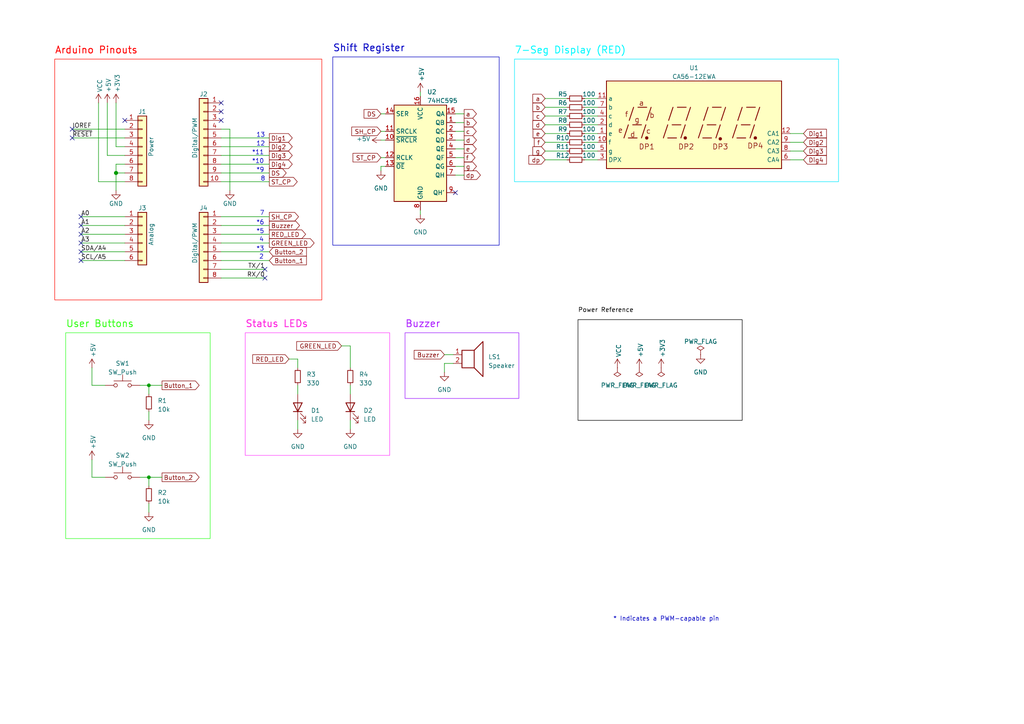
<source format=kicad_sch>
(kicad_sch (version 20230121) (generator eeschema)

  (uuid e63e39d7-6ac0-4ffd-8aa3-1841a4541b55)

  (paper "A4")

  (title_block
    (title "Arduino Uno Shield")
    (date "2023-03-22")
    (rev "1.0")
  )

  (lib_symbols
    (symbol "74xx:74HC595" (in_bom yes) (on_board yes)
      (property "Reference" "U" (at -7.62 13.97 0)
        (effects (font (size 1.27 1.27)))
      )
      (property "Value" "74HC595" (at -7.62 -16.51 0)
        (effects (font (size 1.27 1.27)))
      )
      (property "Footprint" "" (at 0 0 0)
        (effects (font (size 1.27 1.27)) hide)
      )
      (property "Datasheet" "http://www.ti.com/lit/ds/symlink/sn74hc595.pdf" (at 0 0 0)
        (effects (font (size 1.27 1.27)) hide)
      )
      (property "ki_keywords" "HCMOS SR 3State" (at 0 0 0)
        (effects (font (size 1.27 1.27)) hide)
      )
      (property "ki_description" "8-bit serial in/out Shift Register 3-State Outputs" (at 0 0 0)
        (effects (font (size 1.27 1.27)) hide)
      )
      (property "ki_fp_filters" "DIP*W7.62mm* SOIC*3.9x9.9mm*P1.27mm* TSSOP*4.4x5mm*P0.65mm* SOIC*5.3x10.2mm*P1.27mm* SOIC*7.5x10.3mm*P1.27mm*" (at 0 0 0)
        (effects (font (size 1.27 1.27)) hide)
      )
      (symbol "74HC595_1_0"
        (pin tri_state line (at 10.16 7.62 180) (length 2.54)
          (name "QB" (effects (font (size 1.27 1.27))))
          (number "1" (effects (font (size 1.27 1.27))))
        )
        (pin input line (at -10.16 2.54 0) (length 2.54)
          (name "~{SRCLR}" (effects (font (size 1.27 1.27))))
          (number "10" (effects (font (size 1.27 1.27))))
        )
        (pin input line (at -10.16 5.08 0) (length 2.54)
          (name "SRCLK" (effects (font (size 1.27 1.27))))
          (number "11" (effects (font (size 1.27 1.27))))
        )
        (pin input line (at -10.16 -2.54 0) (length 2.54)
          (name "RCLK" (effects (font (size 1.27 1.27))))
          (number "12" (effects (font (size 1.27 1.27))))
        )
        (pin input line (at -10.16 -5.08 0) (length 2.54)
          (name "~{OE}" (effects (font (size 1.27 1.27))))
          (number "13" (effects (font (size 1.27 1.27))))
        )
        (pin input line (at -10.16 10.16 0) (length 2.54)
          (name "SER" (effects (font (size 1.27 1.27))))
          (number "14" (effects (font (size 1.27 1.27))))
        )
        (pin tri_state line (at 10.16 10.16 180) (length 2.54)
          (name "QA" (effects (font (size 1.27 1.27))))
          (number "15" (effects (font (size 1.27 1.27))))
        )
        (pin power_in line (at 0 15.24 270) (length 2.54)
          (name "VCC" (effects (font (size 1.27 1.27))))
          (number "16" (effects (font (size 1.27 1.27))))
        )
        (pin tri_state line (at 10.16 5.08 180) (length 2.54)
          (name "QC" (effects (font (size 1.27 1.27))))
          (number "2" (effects (font (size 1.27 1.27))))
        )
        (pin tri_state line (at 10.16 2.54 180) (length 2.54)
          (name "QD" (effects (font (size 1.27 1.27))))
          (number "3" (effects (font (size 1.27 1.27))))
        )
        (pin tri_state line (at 10.16 0 180) (length 2.54)
          (name "QE" (effects (font (size 1.27 1.27))))
          (number "4" (effects (font (size 1.27 1.27))))
        )
        (pin tri_state line (at 10.16 -2.54 180) (length 2.54)
          (name "QF" (effects (font (size 1.27 1.27))))
          (number "5" (effects (font (size 1.27 1.27))))
        )
        (pin tri_state line (at 10.16 -5.08 180) (length 2.54)
          (name "QG" (effects (font (size 1.27 1.27))))
          (number "6" (effects (font (size 1.27 1.27))))
        )
        (pin tri_state line (at 10.16 -7.62 180) (length 2.54)
          (name "QH" (effects (font (size 1.27 1.27))))
          (number "7" (effects (font (size 1.27 1.27))))
        )
        (pin power_in line (at 0 -17.78 90) (length 2.54)
          (name "GND" (effects (font (size 1.27 1.27))))
          (number "8" (effects (font (size 1.27 1.27))))
        )
        (pin output line (at 10.16 -12.7 180) (length 2.54)
          (name "QH'" (effects (font (size 1.27 1.27))))
          (number "9" (effects (font (size 1.27 1.27))))
        )
      )
      (symbol "74HC595_1_1"
        (rectangle (start -7.62 12.7) (end 7.62 -15.24)
          (stroke (width 0.254) (type default))
          (fill (type background))
        )
      )
    )
    (symbol "Connector_Generic:Conn_01x06" (pin_names (offset 1.016) hide) (in_bom yes) (on_board yes)
      (property "Reference" "J" (at 0 7.62 0)
        (effects (font (size 1.27 1.27)))
      )
      (property "Value" "Conn_01x06" (at 0 -10.16 0)
        (effects (font (size 1.27 1.27)))
      )
      (property "Footprint" "" (at 0 0 0)
        (effects (font (size 1.27 1.27)) hide)
      )
      (property "Datasheet" "~" (at 0 0 0)
        (effects (font (size 1.27 1.27)) hide)
      )
      (property "ki_keywords" "connector" (at 0 0 0)
        (effects (font (size 1.27 1.27)) hide)
      )
      (property "ki_description" "Generic connector, single row, 01x06, script generated (kicad-library-utils/schlib/autogen/connector/)" (at 0 0 0)
        (effects (font (size 1.27 1.27)) hide)
      )
      (property "ki_fp_filters" "Connector*:*_1x??_*" (at 0 0 0)
        (effects (font (size 1.27 1.27)) hide)
      )
      (symbol "Conn_01x06_1_1"
        (rectangle (start -1.27 -7.493) (end 0 -7.747)
          (stroke (width 0.1524) (type default))
          (fill (type none))
        )
        (rectangle (start -1.27 -4.953) (end 0 -5.207)
          (stroke (width 0.1524) (type default))
          (fill (type none))
        )
        (rectangle (start -1.27 -2.413) (end 0 -2.667)
          (stroke (width 0.1524) (type default))
          (fill (type none))
        )
        (rectangle (start -1.27 0.127) (end 0 -0.127)
          (stroke (width 0.1524) (type default))
          (fill (type none))
        )
        (rectangle (start -1.27 2.667) (end 0 2.413)
          (stroke (width 0.1524) (type default))
          (fill (type none))
        )
        (rectangle (start -1.27 5.207) (end 0 4.953)
          (stroke (width 0.1524) (type default))
          (fill (type none))
        )
        (rectangle (start -1.27 6.35) (end 1.27 -8.89)
          (stroke (width 0.254) (type default))
          (fill (type background))
        )
        (pin passive line (at -5.08 5.08 0) (length 3.81)
          (name "Pin_1" (effects (font (size 1.27 1.27))))
          (number "1" (effects (font (size 1.27 1.27))))
        )
        (pin passive line (at -5.08 2.54 0) (length 3.81)
          (name "Pin_2" (effects (font (size 1.27 1.27))))
          (number "2" (effects (font (size 1.27 1.27))))
        )
        (pin passive line (at -5.08 0 0) (length 3.81)
          (name "Pin_3" (effects (font (size 1.27 1.27))))
          (number "3" (effects (font (size 1.27 1.27))))
        )
        (pin passive line (at -5.08 -2.54 0) (length 3.81)
          (name "Pin_4" (effects (font (size 1.27 1.27))))
          (number "4" (effects (font (size 1.27 1.27))))
        )
        (pin passive line (at -5.08 -5.08 0) (length 3.81)
          (name "Pin_5" (effects (font (size 1.27 1.27))))
          (number "5" (effects (font (size 1.27 1.27))))
        )
        (pin passive line (at -5.08 -7.62 0) (length 3.81)
          (name "Pin_6" (effects (font (size 1.27 1.27))))
          (number "6" (effects (font (size 1.27 1.27))))
        )
      )
    )
    (symbol "Connector_Generic:Conn_01x08" (pin_names (offset 1.016) hide) (in_bom yes) (on_board yes)
      (property "Reference" "J" (at 0 10.16 0)
        (effects (font (size 1.27 1.27)))
      )
      (property "Value" "Conn_01x08" (at 0 -12.7 0)
        (effects (font (size 1.27 1.27)))
      )
      (property "Footprint" "" (at 0 0 0)
        (effects (font (size 1.27 1.27)) hide)
      )
      (property "Datasheet" "~" (at 0 0 0)
        (effects (font (size 1.27 1.27)) hide)
      )
      (property "ki_keywords" "connector" (at 0 0 0)
        (effects (font (size 1.27 1.27)) hide)
      )
      (property "ki_description" "Generic connector, single row, 01x08, script generated (kicad-library-utils/schlib/autogen/connector/)" (at 0 0 0)
        (effects (font (size 1.27 1.27)) hide)
      )
      (property "ki_fp_filters" "Connector*:*_1x??_*" (at 0 0 0)
        (effects (font (size 1.27 1.27)) hide)
      )
      (symbol "Conn_01x08_1_1"
        (rectangle (start -1.27 -10.033) (end 0 -10.287)
          (stroke (width 0.1524) (type default))
          (fill (type none))
        )
        (rectangle (start -1.27 -7.493) (end 0 -7.747)
          (stroke (width 0.1524) (type default))
          (fill (type none))
        )
        (rectangle (start -1.27 -4.953) (end 0 -5.207)
          (stroke (width 0.1524) (type default))
          (fill (type none))
        )
        (rectangle (start -1.27 -2.413) (end 0 -2.667)
          (stroke (width 0.1524) (type default))
          (fill (type none))
        )
        (rectangle (start -1.27 0.127) (end 0 -0.127)
          (stroke (width 0.1524) (type default))
          (fill (type none))
        )
        (rectangle (start -1.27 2.667) (end 0 2.413)
          (stroke (width 0.1524) (type default))
          (fill (type none))
        )
        (rectangle (start -1.27 5.207) (end 0 4.953)
          (stroke (width 0.1524) (type default))
          (fill (type none))
        )
        (rectangle (start -1.27 7.747) (end 0 7.493)
          (stroke (width 0.1524) (type default))
          (fill (type none))
        )
        (rectangle (start -1.27 8.89) (end 1.27 -11.43)
          (stroke (width 0.254) (type default))
          (fill (type background))
        )
        (pin passive line (at -5.08 7.62 0) (length 3.81)
          (name "Pin_1" (effects (font (size 1.27 1.27))))
          (number "1" (effects (font (size 1.27 1.27))))
        )
        (pin passive line (at -5.08 5.08 0) (length 3.81)
          (name "Pin_2" (effects (font (size 1.27 1.27))))
          (number "2" (effects (font (size 1.27 1.27))))
        )
        (pin passive line (at -5.08 2.54 0) (length 3.81)
          (name "Pin_3" (effects (font (size 1.27 1.27))))
          (number "3" (effects (font (size 1.27 1.27))))
        )
        (pin passive line (at -5.08 0 0) (length 3.81)
          (name "Pin_4" (effects (font (size 1.27 1.27))))
          (number "4" (effects (font (size 1.27 1.27))))
        )
        (pin passive line (at -5.08 -2.54 0) (length 3.81)
          (name "Pin_5" (effects (font (size 1.27 1.27))))
          (number "5" (effects (font (size 1.27 1.27))))
        )
        (pin passive line (at -5.08 -5.08 0) (length 3.81)
          (name "Pin_6" (effects (font (size 1.27 1.27))))
          (number "6" (effects (font (size 1.27 1.27))))
        )
        (pin passive line (at -5.08 -7.62 0) (length 3.81)
          (name "Pin_7" (effects (font (size 1.27 1.27))))
          (number "7" (effects (font (size 1.27 1.27))))
        )
        (pin passive line (at -5.08 -10.16 0) (length 3.81)
          (name "Pin_8" (effects (font (size 1.27 1.27))))
          (number "8" (effects (font (size 1.27 1.27))))
        )
      )
    )
    (symbol "Connector_Generic:Conn_01x10" (pin_names (offset 1.016) hide) (in_bom yes) (on_board yes)
      (property "Reference" "J" (at 0 12.7 0)
        (effects (font (size 1.27 1.27)))
      )
      (property "Value" "Conn_01x10" (at 0 -15.24 0)
        (effects (font (size 1.27 1.27)))
      )
      (property "Footprint" "" (at 0 0 0)
        (effects (font (size 1.27 1.27)) hide)
      )
      (property "Datasheet" "~" (at 0 0 0)
        (effects (font (size 1.27 1.27)) hide)
      )
      (property "ki_keywords" "connector" (at 0 0 0)
        (effects (font (size 1.27 1.27)) hide)
      )
      (property "ki_description" "Generic connector, single row, 01x10, script generated (kicad-library-utils/schlib/autogen/connector/)" (at 0 0 0)
        (effects (font (size 1.27 1.27)) hide)
      )
      (property "ki_fp_filters" "Connector*:*_1x??_*" (at 0 0 0)
        (effects (font (size 1.27 1.27)) hide)
      )
      (symbol "Conn_01x10_1_1"
        (rectangle (start -1.27 -12.573) (end 0 -12.827)
          (stroke (width 0.1524) (type default))
          (fill (type none))
        )
        (rectangle (start -1.27 -10.033) (end 0 -10.287)
          (stroke (width 0.1524) (type default))
          (fill (type none))
        )
        (rectangle (start -1.27 -7.493) (end 0 -7.747)
          (stroke (width 0.1524) (type default))
          (fill (type none))
        )
        (rectangle (start -1.27 -4.953) (end 0 -5.207)
          (stroke (width 0.1524) (type default))
          (fill (type none))
        )
        (rectangle (start -1.27 -2.413) (end 0 -2.667)
          (stroke (width 0.1524) (type default))
          (fill (type none))
        )
        (rectangle (start -1.27 0.127) (end 0 -0.127)
          (stroke (width 0.1524) (type default))
          (fill (type none))
        )
        (rectangle (start -1.27 2.667) (end 0 2.413)
          (stroke (width 0.1524) (type default))
          (fill (type none))
        )
        (rectangle (start -1.27 5.207) (end 0 4.953)
          (stroke (width 0.1524) (type default))
          (fill (type none))
        )
        (rectangle (start -1.27 7.747) (end 0 7.493)
          (stroke (width 0.1524) (type default))
          (fill (type none))
        )
        (rectangle (start -1.27 10.287) (end 0 10.033)
          (stroke (width 0.1524) (type default))
          (fill (type none))
        )
        (rectangle (start -1.27 11.43) (end 1.27 -13.97)
          (stroke (width 0.254) (type default))
          (fill (type background))
        )
        (pin passive line (at -5.08 10.16 0) (length 3.81)
          (name "Pin_1" (effects (font (size 1.27 1.27))))
          (number "1" (effects (font (size 1.27 1.27))))
        )
        (pin passive line (at -5.08 -12.7 0) (length 3.81)
          (name "Pin_10" (effects (font (size 1.27 1.27))))
          (number "10" (effects (font (size 1.27 1.27))))
        )
        (pin passive line (at -5.08 7.62 0) (length 3.81)
          (name "Pin_2" (effects (font (size 1.27 1.27))))
          (number "2" (effects (font (size 1.27 1.27))))
        )
        (pin passive line (at -5.08 5.08 0) (length 3.81)
          (name "Pin_3" (effects (font (size 1.27 1.27))))
          (number "3" (effects (font (size 1.27 1.27))))
        )
        (pin passive line (at -5.08 2.54 0) (length 3.81)
          (name "Pin_4" (effects (font (size 1.27 1.27))))
          (number "4" (effects (font (size 1.27 1.27))))
        )
        (pin passive line (at -5.08 0 0) (length 3.81)
          (name "Pin_5" (effects (font (size 1.27 1.27))))
          (number "5" (effects (font (size 1.27 1.27))))
        )
        (pin passive line (at -5.08 -2.54 0) (length 3.81)
          (name "Pin_6" (effects (font (size 1.27 1.27))))
          (number "6" (effects (font (size 1.27 1.27))))
        )
        (pin passive line (at -5.08 -5.08 0) (length 3.81)
          (name "Pin_7" (effects (font (size 1.27 1.27))))
          (number "7" (effects (font (size 1.27 1.27))))
        )
        (pin passive line (at -5.08 -7.62 0) (length 3.81)
          (name "Pin_8" (effects (font (size 1.27 1.27))))
          (number "8" (effects (font (size 1.27 1.27))))
        )
        (pin passive line (at -5.08 -10.16 0) (length 3.81)
          (name "Pin_9" (effects (font (size 1.27 1.27))))
          (number "9" (effects (font (size 1.27 1.27))))
        )
      )
    )
    (symbol "Device:LED" (pin_numbers hide) (pin_names (offset 1.016) hide) (in_bom yes) (on_board yes)
      (property "Reference" "D" (at 0 2.54 0)
        (effects (font (size 1.27 1.27)))
      )
      (property "Value" "LED" (at 0 -2.54 0)
        (effects (font (size 1.27 1.27)))
      )
      (property "Footprint" "" (at 0 0 0)
        (effects (font (size 1.27 1.27)) hide)
      )
      (property "Datasheet" "~" (at 0 0 0)
        (effects (font (size 1.27 1.27)) hide)
      )
      (property "ki_keywords" "LED diode" (at 0 0 0)
        (effects (font (size 1.27 1.27)) hide)
      )
      (property "ki_description" "Light emitting diode" (at 0 0 0)
        (effects (font (size 1.27 1.27)) hide)
      )
      (property "ki_fp_filters" "LED* LED_SMD:* LED_THT:*" (at 0 0 0)
        (effects (font (size 1.27 1.27)) hide)
      )
      (symbol "LED_0_1"
        (polyline
          (pts
            (xy -1.27 -1.27)
            (xy -1.27 1.27)
          )
          (stroke (width 0.254) (type default))
          (fill (type none))
        )
        (polyline
          (pts
            (xy -1.27 0)
            (xy 1.27 0)
          )
          (stroke (width 0) (type default))
          (fill (type none))
        )
        (polyline
          (pts
            (xy 1.27 -1.27)
            (xy 1.27 1.27)
            (xy -1.27 0)
            (xy 1.27 -1.27)
          )
          (stroke (width 0.254) (type default))
          (fill (type none))
        )
        (polyline
          (pts
            (xy -3.048 -0.762)
            (xy -4.572 -2.286)
            (xy -3.81 -2.286)
            (xy -4.572 -2.286)
            (xy -4.572 -1.524)
          )
          (stroke (width 0) (type default))
          (fill (type none))
        )
        (polyline
          (pts
            (xy -1.778 -0.762)
            (xy -3.302 -2.286)
            (xy -2.54 -2.286)
            (xy -3.302 -2.286)
            (xy -3.302 -1.524)
          )
          (stroke (width 0) (type default))
          (fill (type none))
        )
      )
      (symbol "LED_1_1"
        (pin passive line (at -3.81 0 0) (length 2.54)
          (name "K" (effects (font (size 1.27 1.27))))
          (number "1" (effects (font (size 1.27 1.27))))
        )
        (pin passive line (at 3.81 0 180) (length 2.54)
          (name "A" (effects (font (size 1.27 1.27))))
          (number "2" (effects (font (size 1.27 1.27))))
        )
      )
    )
    (symbol "Device:R_Small" (pin_numbers hide) (pin_names (offset 0.254) hide) (in_bom yes) (on_board yes)
      (property "Reference" "R" (at 0.762 0.508 0)
        (effects (font (size 1.27 1.27)) (justify left))
      )
      (property "Value" "R_Small" (at 0.762 -1.016 0)
        (effects (font (size 1.27 1.27)) (justify left))
      )
      (property "Footprint" "" (at 0 0 0)
        (effects (font (size 1.27 1.27)) hide)
      )
      (property "Datasheet" "~" (at 0 0 0)
        (effects (font (size 1.27 1.27)) hide)
      )
      (property "ki_keywords" "R resistor" (at 0 0 0)
        (effects (font (size 1.27 1.27)) hide)
      )
      (property "ki_description" "Resistor, small symbol" (at 0 0 0)
        (effects (font (size 1.27 1.27)) hide)
      )
      (property "ki_fp_filters" "R_*" (at 0 0 0)
        (effects (font (size 1.27 1.27)) hide)
      )
      (symbol "R_Small_0_1"
        (rectangle (start -0.762 1.778) (end 0.762 -1.778)
          (stroke (width 0.2032) (type default))
          (fill (type none))
        )
      )
      (symbol "R_Small_1_1"
        (pin passive line (at 0 2.54 270) (length 0.762)
          (name "~" (effects (font (size 1.27 1.27))))
          (number "1" (effects (font (size 1.27 1.27))))
        )
        (pin passive line (at 0 -2.54 90) (length 0.762)
          (name "~" (effects (font (size 1.27 1.27))))
          (number "2" (effects (font (size 1.27 1.27))))
        )
      )
    )
    (symbol "Device:Speaker" (pin_names (offset 0) hide) (in_bom yes) (on_board yes)
      (property "Reference" "LS" (at 1.27 5.715 0)
        (effects (font (size 1.27 1.27)) (justify right))
      )
      (property "Value" "Speaker" (at 1.27 3.81 0)
        (effects (font (size 1.27 1.27)) (justify right))
      )
      (property "Footprint" "" (at 0 -5.08 0)
        (effects (font (size 1.27 1.27)) hide)
      )
      (property "Datasheet" "~" (at -0.254 -1.27 0)
        (effects (font (size 1.27 1.27)) hide)
      )
      (property "ki_keywords" "speaker sound" (at 0 0 0)
        (effects (font (size 1.27 1.27)) hide)
      )
      (property "ki_description" "Speaker" (at 0 0 0)
        (effects (font (size 1.27 1.27)) hide)
      )
      (symbol "Speaker_0_0"
        (rectangle (start -2.54 1.27) (end 1.016 -3.81)
          (stroke (width 0.254) (type default))
          (fill (type none))
        )
        (polyline
          (pts
            (xy 1.016 1.27)
            (xy 3.556 3.81)
            (xy 3.556 -6.35)
            (xy 1.016 -3.81)
          )
          (stroke (width 0.254) (type default))
          (fill (type none))
        )
      )
      (symbol "Speaker_1_1"
        (pin input line (at -5.08 0 0) (length 2.54)
          (name "1" (effects (font (size 1.27 1.27))))
          (number "1" (effects (font (size 1.27 1.27))))
        )
        (pin input line (at -5.08 -2.54 0) (length 2.54)
          (name "2" (effects (font (size 1.27 1.27))))
          (number "2" (effects (font (size 1.27 1.27))))
        )
      )
    )
    (symbol "Display_Character:CA56-12EWA" (in_bom yes) (on_board yes)
      (property "Reference" "U" (at -24.13 13.97 0)
        (effects (font (size 1.27 1.27)))
      )
      (property "Value" "CA56-12EWA" (at 19.05 13.97 0)
        (effects (font (size 1.27 1.27)))
      )
      (property "Footprint" "Display_7Segment:CA56-12EWA" (at 0 -15.24 0)
        (effects (font (size 1.27 1.27)) hide)
      )
      (property "Datasheet" "http://www.kingbrightusa.com/images/catalog/SPEC/CA56-12EWA.pdf" (at -10.922 0.762 0)
        (effects (font (size 1.27 1.27)) hide)
      )
      (property "ki_keywords" "display LED 7-segment" (at 0 0 0)
        (effects (font (size 1.27 1.27)) hide)
      )
      (property "ki_description" "4 digit 7 segment high efficiency red LED, common anode" (at 0 0 0)
        (effects (font (size 1.27 1.27)) hide)
      )
      (property "ki_fp_filters" "*CA56*12EWA*" (at 0 0 0)
        (effects (font (size 1.27 1.27)) hide)
      )
      (symbol "CA56-12EWA_0_0"
        (rectangle (start -25.4 12.7) (end 25.4 -12.7)
          (stroke (width 0.254) (type default))
          (fill (type background))
        )
        (polyline
          (pts
            (xy -20.32 -3.81)
            (xy -19.05 0)
          )
          (stroke (width 0.254) (type default))
          (fill (type none))
        )
        (polyline
          (pts
            (xy -19.05 -3.81)
            (xy -16.51 -3.81)
          )
          (stroke (width 0.254) (type default))
          (fill (type none))
        )
        (polyline
          (pts
            (xy -18.796 1.27)
            (xy -17.526 5.08)
          )
          (stroke (width 0.254) (type default))
          (fill (type none))
        )
        (polyline
          (pts
            (xy -17.78 0)
            (xy -15.24 0)
          )
          (stroke (width 0.254) (type default))
          (fill (type none))
        )
        (polyline
          (pts
            (xy -16.256 5.08)
            (xy -13.716 5.08)
          )
          (stroke (width 0.254) (type default))
          (fill (type none))
        )
        (polyline
          (pts
            (xy -15.24 -3.81)
            (xy -13.97 0)
          )
          (stroke (width 0.254) (type default))
          (fill (type none))
        )
        (polyline
          (pts
            (xy -13.716 1.27)
            (xy -12.446 5.08)
          )
          (stroke (width 0.254) (type default))
          (fill (type none))
        )
        (polyline
          (pts
            (xy -8.89 -3.81)
            (xy -7.62 0)
          )
          (stroke (width 0.254) (type default))
          (fill (type none))
        )
        (polyline
          (pts
            (xy -7.62 -3.81)
            (xy -5.08 -3.81)
          )
          (stroke (width 0.254) (type default))
          (fill (type none))
        )
        (polyline
          (pts
            (xy -7.366 1.27)
            (xy -6.096 5.08)
          )
          (stroke (width 0.254) (type default))
          (fill (type none))
        )
        (polyline
          (pts
            (xy -6.35 0)
            (xy -3.81 0)
          )
          (stroke (width 0.254) (type default))
          (fill (type none))
        )
        (polyline
          (pts
            (xy -4.826 5.08)
            (xy -2.286 5.08)
          )
          (stroke (width 0.254) (type default))
          (fill (type none))
        )
        (polyline
          (pts
            (xy -3.81 -3.81)
            (xy -2.54 0)
          )
          (stroke (width 0.254) (type default))
          (fill (type none))
        )
        (polyline
          (pts
            (xy -2.286 1.27)
            (xy -1.016 5.08)
          )
          (stroke (width 0.254) (type default))
          (fill (type none))
        )
        (polyline
          (pts
            (xy 1.27 -3.81)
            (xy 2.54 0)
          )
          (stroke (width 0.254) (type default))
          (fill (type none))
        )
        (polyline
          (pts
            (xy 2.54 -3.81)
            (xy 5.08 -3.81)
          )
          (stroke (width 0.254) (type default))
          (fill (type none))
        )
        (polyline
          (pts
            (xy 2.794 1.27)
            (xy 4.064 5.08)
          )
          (stroke (width 0.254) (type default))
          (fill (type none))
        )
        (polyline
          (pts
            (xy 3.81 0)
            (xy 6.35 0)
          )
          (stroke (width 0.254) (type default))
          (fill (type none))
        )
        (polyline
          (pts
            (xy 5.334 5.08)
            (xy 7.874 5.08)
          )
          (stroke (width 0.254) (type default))
          (fill (type none))
        )
        (polyline
          (pts
            (xy 6.35 -3.81)
            (xy 7.62 0)
          )
          (stroke (width 0.254) (type default))
          (fill (type none))
        )
        (polyline
          (pts
            (xy 7.874 1.27)
            (xy 9.144 5.08)
          )
          (stroke (width 0.254) (type default))
          (fill (type none))
        )
        (polyline
          (pts
            (xy 11.176 -3.81)
            (xy 12.446 0)
          )
          (stroke (width 0.254) (type default))
          (fill (type none))
        )
        (polyline
          (pts
            (xy 12.446 -3.81)
            (xy 14.986 -3.81)
          )
          (stroke (width 0.254) (type default))
          (fill (type none))
        )
        (polyline
          (pts
            (xy 12.7 1.27)
            (xy 13.97 5.08)
          )
          (stroke (width 0.254) (type default))
          (fill (type none))
        )
        (polyline
          (pts
            (xy 13.716 0)
            (xy 16.256 0)
          )
          (stroke (width 0.254) (type default))
          (fill (type none))
        )
        (polyline
          (pts
            (xy 15.24 5.08)
            (xy 17.78 5.08)
          )
          (stroke (width 0.254) (type default))
          (fill (type none))
        )
        (polyline
          (pts
            (xy 16.256 -3.81)
            (xy 17.526 0)
          )
          (stroke (width 0.254) (type default))
          (fill (type none))
        )
        (polyline
          (pts
            (xy 17.78 1.27)
            (xy 19.05 5.08)
          )
          (stroke (width 0.254) (type default))
          (fill (type none))
        )
        (text "a" (at -15.24 6.35 0)
          (effects (font (size 1.524 1.524)))
        )
        (text "b" (at -12.192 2.794 0)
          (effects (font (size 1.524 1.524)))
        )
        (text "c" (at -13.208 -1.778 0)
          (effects (font (size 1.524 1.524)))
        )
        (text "d" (at -17.78 -2.794 0)
          (effects (font (size 1.524 1.524)))
        )
        (text "DP1" (at -13.716 -6.35 0)
          (effects (font (size 1.524 1.524)))
        )
        (text "DP2" (at -2.286 -6.35 0)
          (effects (font (size 1.524 1.524)))
        )
        (text "DP3" (at 7.62 -6.35 0)
          (effects (font (size 1.524 1.524)))
        )
        (text "DP4" (at 17.78 -6.096 0)
          (effects (font (size 1.524 1.524)))
        )
        (text "e" (at -21.336 -1.524 0)
          (effects (font (size 1.524 1.524)))
        )
        (text "f" (at -19.558 3.048 0)
          (effects (font (size 1.524 1.524)))
        )
        (text "g" (at -16.51 1.524 0)
          (effects (font (size 1.524 1.524)))
        )
      )
      (symbol "CA56-12EWA_0_1"
        (circle (center -13.716 -3.81) (radius 0.3556)
          (stroke (width 0.254) (type default))
          (fill (type outline))
        )
        (circle (center -2.54 -3.81) (radius 0.3556)
          (stroke (width 0.254) (type default))
          (fill (type outline))
        )
      )
      (symbol "CA56-12EWA_1_0"
        (circle (center 7.62 -4.064) (radius 0.3556)
          (stroke (width 0.254) (type default))
          (fill (type outline))
        )
        (circle (center 17.78 -3.81) (radius 0.3556)
          (stroke (width 0.254) (type default))
          (fill (type outline))
        )
      )
      (symbol "CA56-12EWA_1_1"
        (pin input line (at -27.94 -2.54 0) (length 2.54)
          (name "e" (effects (font (size 1.27 1.27))))
          (number "1" (effects (font (size 1.27 1.27))))
        )
        (pin input line (at -27.94 -5.08 0) (length 2.54)
          (name "f" (effects (font (size 1.27 1.27))))
          (number "10" (effects (font (size 1.27 1.27))))
        )
        (pin input line (at -27.94 7.62 0) (length 2.54)
          (name "a" (effects (font (size 1.27 1.27))))
          (number "11" (effects (font (size 1.27 1.27))))
        )
        (pin input line (at 27.94 -2.54 180) (length 2.54)
          (name "CA1" (effects (font (size 1.27 1.27))))
          (number "12" (effects (font (size 1.27 1.27))))
        )
        (pin input line (at -27.94 0 0) (length 2.54)
          (name "d" (effects (font (size 1.27 1.27))))
          (number "2" (effects (font (size 1.27 1.27))))
        )
        (pin input line (at -27.94 -10.16 0) (length 2.54)
          (name "DPX" (effects (font (size 1.27 1.27))))
          (number "3" (effects (font (size 1.27 1.27))))
        )
        (pin input line (at -27.94 2.54 0) (length 2.54)
          (name "c" (effects (font (size 1.27 1.27))))
          (number "4" (effects (font (size 1.27 1.27))))
        )
        (pin input line (at -27.94 -7.62 0) (length 2.54)
          (name "g" (effects (font (size 1.27 1.27))))
          (number "5" (effects (font (size 1.27 1.27))))
        )
        (pin input line (at 27.94 -10.16 180) (length 2.54)
          (name "CA4" (effects (font (size 1.27 1.27))))
          (number "6" (effects (font (size 1.27 1.27))))
        )
        (pin input line (at -27.94 5.08 0) (length 2.54)
          (name "b" (effects (font (size 1.27 1.27))))
          (number "7" (effects (font (size 1.27 1.27))))
        )
        (pin input line (at 27.94 -7.62 180) (length 2.54)
          (name "CA3" (effects (font (size 1.27 1.27))))
          (number "8" (effects (font (size 1.27 1.27))))
        )
        (pin input line (at 27.94 -5.08 180) (length 2.54)
          (name "CA2" (effects (font (size 1.27 1.27))))
          (number "9" (effects (font (size 1.27 1.27))))
        )
      )
    )
    (symbol "GND_1" (power) (pin_names (offset 0)) (in_bom yes) (on_board yes)
      (property "Reference" "#PWR" (at 0 -6.35 0)
        (effects (font (size 1.27 1.27)) hide)
      )
      (property "Value" "GND_1" (at 0 -3.81 0)
        (effects (font (size 1.27 1.27)))
      )
      (property "Footprint" "" (at 0 0 0)
        (effects (font (size 1.27 1.27)) hide)
      )
      (property "Datasheet" "" (at 0 0 0)
        (effects (font (size 1.27 1.27)) hide)
      )
      (property "ki_keywords" "global power" (at 0 0 0)
        (effects (font (size 1.27 1.27)) hide)
      )
      (property "ki_description" "Power symbol creates a global label with name \"GND\" , ground" (at 0 0 0)
        (effects (font (size 1.27 1.27)) hide)
      )
      (symbol "GND_1_0_1"
        (polyline
          (pts
            (xy 0 0)
            (xy 0 -1.27)
            (xy 1.27 -1.27)
            (xy 0 -2.54)
            (xy -1.27 -1.27)
            (xy 0 -1.27)
          )
          (stroke (width 0) (type default))
          (fill (type none))
        )
      )
      (symbol "GND_1_1_1"
        (pin power_in line (at 0 0 270) (length 0) hide
          (name "GND" (effects (font (size 1.27 1.27))))
          (number "1" (effects (font (size 1.27 1.27))))
        )
      )
    )
    (symbol "GND_2" (power) (pin_names (offset 0)) (in_bom yes) (on_board yes)
      (property "Reference" "#PWR" (at 0 -6.35 0)
        (effects (font (size 1.27 1.27)) hide)
      )
      (property "Value" "GND_2" (at 0 -3.81 0)
        (effects (font (size 1.27 1.27)))
      )
      (property "Footprint" "" (at 0 0 0)
        (effects (font (size 1.27 1.27)) hide)
      )
      (property "Datasheet" "" (at 0 0 0)
        (effects (font (size 1.27 1.27)) hide)
      )
      (property "ki_keywords" "global power" (at 0 0 0)
        (effects (font (size 1.27 1.27)) hide)
      )
      (property "ki_description" "Power symbol creates a global label with name \"GND\" , ground" (at 0 0 0)
        (effects (font (size 1.27 1.27)) hide)
      )
      (symbol "GND_2_0_1"
        (polyline
          (pts
            (xy 0 0)
            (xy 0 -1.27)
            (xy 1.27 -1.27)
            (xy 0 -2.54)
            (xy -1.27 -1.27)
            (xy 0 -1.27)
          )
          (stroke (width 0) (type default))
          (fill (type none))
        )
      )
      (symbol "GND_2_1_1"
        (pin power_in line (at 0 0 270) (length 0) hide
          (name "GND" (effects (font (size 1.27 1.27))))
          (number "1" (effects (font (size 1.27 1.27))))
        )
      )
    )
    (symbol "GND_3" (power) (pin_names (offset 0)) (in_bom yes) (on_board yes)
      (property "Reference" "#PWR" (at 0 -6.35 0)
        (effects (font (size 1.27 1.27)) hide)
      )
      (property "Value" "GND_3" (at 0 -3.81 0)
        (effects (font (size 1.27 1.27)))
      )
      (property "Footprint" "" (at 0 0 0)
        (effects (font (size 1.27 1.27)) hide)
      )
      (property "Datasheet" "" (at 0 0 0)
        (effects (font (size 1.27 1.27)) hide)
      )
      (property "ki_keywords" "global power" (at 0 0 0)
        (effects (font (size 1.27 1.27)) hide)
      )
      (property "ki_description" "Power symbol creates a global label with name \"GND\" , ground" (at 0 0 0)
        (effects (font (size 1.27 1.27)) hide)
      )
      (symbol "GND_3_0_1"
        (polyline
          (pts
            (xy 0 0)
            (xy 0 -1.27)
            (xy 1.27 -1.27)
            (xy 0 -2.54)
            (xy -1.27 -1.27)
            (xy 0 -1.27)
          )
          (stroke (width 0) (type default))
          (fill (type none))
        )
      )
      (symbol "GND_3_1_1"
        (pin power_in line (at 0 0 270) (length 0) hide
          (name "GND" (effects (font (size 1.27 1.27))))
          (number "1" (effects (font (size 1.27 1.27))))
        )
      )
    )
    (symbol "Switch:SW_Push" (pin_numbers hide) (pin_names (offset 1.016) hide) (in_bom yes) (on_board yes)
      (property "Reference" "SW" (at 1.27 2.54 0)
        (effects (font (size 1.27 1.27)) (justify left))
      )
      (property "Value" "SW_Push" (at 0 -1.524 0)
        (effects (font (size 1.27 1.27)))
      )
      (property "Footprint" "" (at 0 5.08 0)
        (effects (font (size 1.27 1.27)) hide)
      )
      (property "Datasheet" "~" (at 0 5.08 0)
        (effects (font (size 1.27 1.27)) hide)
      )
      (property "ki_keywords" "switch normally-open pushbutton push-button" (at 0 0 0)
        (effects (font (size 1.27 1.27)) hide)
      )
      (property "ki_description" "Push button switch, generic, two pins" (at 0 0 0)
        (effects (font (size 1.27 1.27)) hide)
      )
      (symbol "SW_Push_0_1"
        (circle (center -2.032 0) (radius 0.508)
          (stroke (width 0) (type default))
          (fill (type none))
        )
        (polyline
          (pts
            (xy 0 1.27)
            (xy 0 3.048)
          )
          (stroke (width 0) (type default))
          (fill (type none))
        )
        (polyline
          (pts
            (xy 2.54 1.27)
            (xy -2.54 1.27)
          )
          (stroke (width 0) (type default))
          (fill (type none))
        )
        (circle (center 2.032 0) (radius 0.508)
          (stroke (width 0) (type default))
          (fill (type none))
        )
        (pin passive line (at -5.08 0 0) (length 2.54)
          (name "1" (effects (font (size 1.27 1.27))))
          (number "1" (effects (font (size 1.27 1.27))))
        )
        (pin passive line (at 5.08 0 180) (length 2.54)
          (name "2" (effects (font (size 1.27 1.27))))
          (number "2" (effects (font (size 1.27 1.27))))
        )
      )
    )
    (symbol "power:+3V3" (power) (pin_names (offset 0)) (in_bom yes) (on_board yes)
      (property "Reference" "#PWR" (at 0 -3.81 0)
        (effects (font (size 1.27 1.27)) hide)
      )
      (property "Value" "+3V3" (at 0 3.556 0)
        (effects (font (size 1.27 1.27)))
      )
      (property "Footprint" "" (at 0 0 0)
        (effects (font (size 1.27 1.27)) hide)
      )
      (property "Datasheet" "" (at 0 0 0)
        (effects (font (size 1.27 1.27)) hide)
      )
      (property "ki_keywords" "power-flag" (at 0 0 0)
        (effects (font (size 1.27 1.27)) hide)
      )
      (property "ki_description" "Power symbol creates a global label with name \"+3V3\"" (at 0 0 0)
        (effects (font (size 1.27 1.27)) hide)
      )
      (symbol "+3V3_0_1"
        (polyline
          (pts
            (xy -0.762 1.27)
            (xy 0 2.54)
          )
          (stroke (width 0) (type default))
          (fill (type none))
        )
        (polyline
          (pts
            (xy 0 0)
            (xy 0 2.54)
          )
          (stroke (width 0) (type default))
          (fill (type none))
        )
        (polyline
          (pts
            (xy 0 2.54)
            (xy 0.762 1.27)
          )
          (stroke (width 0) (type default))
          (fill (type none))
        )
      )
      (symbol "+3V3_1_1"
        (pin power_in line (at 0 0 90) (length 0) hide
          (name "+3V3" (effects (font (size 1.27 1.27))))
          (number "1" (effects (font (size 1.27 1.27))))
        )
      )
    )
    (symbol "power:+5V" (power) (pin_names (offset 0)) (in_bom yes) (on_board yes)
      (property "Reference" "#PWR" (at 0 -3.81 0)
        (effects (font (size 1.27 1.27)) hide)
      )
      (property "Value" "+5V" (at 0 3.556 0)
        (effects (font (size 1.27 1.27)))
      )
      (property "Footprint" "" (at 0 0 0)
        (effects (font (size 1.27 1.27)) hide)
      )
      (property "Datasheet" "" (at 0 0 0)
        (effects (font (size 1.27 1.27)) hide)
      )
      (property "ki_keywords" "power-flag" (at 0 0 0)
        (effects (font (size 1.27 1.27)) hide)
      )
      (property "ki_description" "Power symbol creates a global label with name \"+5V\"" (at 0 0 0)
        (effects (font (size 1.27 1.27)) hide)
      )
      (symbol "+5V_0_1"
        (polyline
          (pts
            (xy -0.762 1.27)
            (xy 0 2.54)
          )
          (stroke (width 0) (type default))
          (fill (type none))
        )
        (polyline
          (pts
            (xy 0 0)
            (xy 0 2.54)
          )
          (stroke (width 0) (type default))
          (fill (type none))
        )
        (polyline
          (pts
            (xy 0 2.54)
            (xy 0.762 1.27)
          )
          (stroke (width 0) (type default))
          (fill (type none))
        )
      )
      (symbol "+5V_1_1"
        (pin power_in line (at 0 0 90) (length 0) hide
          (name "+5V" (effects (font (size 1.27 1.27))))
          (number "1" (effects (font (size 1.27 1.27))))
        )
      )
    )
    (symbol "power:GND" (power) (pin_names (offset 0)) (in_bom yes) (on_board yes)
      (property "Reference" "#PWR" (at 0 -6.35 0)
        (effects (font (size 1.27 1.27)) hide)
      )
      (property "Value" "GND" (at 0 -3.81 0)
        (effects (font (size 1.27 1.27)))
      )
      (property "Footprint" "" (at 0 0 0)
        (effects (font (size 1.27 1.27)) hide)
      )
      (property "Datasheet" "" (at 0 0 0)
        (effects (font (size 1.27 1.27)) hide)
      )
      (property "ki_keywords" "power-flag" (at 0 0 0)
        (effects (font (size 1.27 1.27)) hide)
      )
      (property "ki_description" "Power symbol creates a global label with name \"GND\" , ground" (at 0 0 0)
        (effects (font (size 1.27 1.27)) hide)
      )
      (symbol "GND_0_1"
        (polyline
          (pts
            (xy 0 0)
            (xy 0 -1.27)
            (xy 1.27 -1.27)
            (xy 0 -2.54)
            (xy -1.27 -1.27)
            (xy 0 -1.27)
          )
          (stroke (width 0) (type default))
          (fill (type none))
        )
      )
      (symbol "GND_1_1"
        (pin power_in line (at 0 0 270) (length 0) hide
          (name "GND" (effects (font (size 1.27 1.27))))
          (number "1" (effects (font (size 1.27 1.27))))
        )
      )
    )
    (symbol "power:PWR_FLAG" (power) (pin_numbers hide) (pin_names (offset 0) hide) (in_bom yes) (on_board yes)
      (property "Reference" "#FLG" (at 0 1.905 0)
        (effects (font (size 1.27 1.27)) hide)
      )
      (property "Value" "PWR_FLAG" (at 0 3.81 0)
        (effects (font (size 1.27 1.27)))
      )
      (property "Footprint" "" (at 0 0 0)
        (effects (font (size 1.27 1.27)) hide)
      )
      (property "Datasheet" "~" (at 0 0 0)
        (effects (font (size 1.27 1.27)) hide)
      )
      (property "ki_keywords" "flag power" (at 0 0 0)
        (effects (font (size 1.27 1.27)) hide)
      )
      (property "ki_description" "Special symbol for telling ERC where power comes from" (at 0 0 0)
        (effects (font (size 1.27 1.27)) hide)
      )
      (symbol "PWR_FLAG_0_0"
        (pin power_out line (at 0 0 90) (length 0)
          (name "pwr" (effects (font (size 1.27 1.27))))
          (number "1" (effects (font (size 1.27 1.27))))
        )
      )
      (symbol "PWR_FLAG_0_1"
        (polyline
          (pts
            (xy 0 0)
            (xy 0 1.27)
            (xy -1.016 1.905)
            (xy 0 2.54)
            (xy 1.016 1.905)
            (xy 0 1.27)
          )
          (stroke (width 0) (type default))
          (fill (type none))
        )
      )
    )
    (symbol "power:VCC" (power) (pin_names (offset 0)) (in_bom yes) (on_board yes)
      (property "Reference" "#PWR" (at 0 -3.81 0)
        (effects (font (size 1.27 1.27)) hide)
      )
      (property "Value" "VCC" (at 0 3.81 0)
        (effects (font (size 1.27 1.27)))
      )
      (property "Footprint" "" (at 0 0 0)
        (effects (font (size 1.27 1.27)) hide)
      )
      (property "Datasheet" "" (at 0 0 0)
        (effects (font (size 1.27 1.27)) hide)
      )
      (property "ki_keywords" "power-flag" (at 0 0 0)
        (effects (font (size 1.27 1.27)) hide)
      )
      (property "ki_description" "Power symbol creates a global label with name \"VCC\"" (at 0 0 0)
        (effects (font (size 1.27 1.27)) hide)
      )
      (symbol "VCC_0_1"
        (polyline
          (pts
            (xy -0.762 1.27)
            (xy 0 2.54)
          )
          (stroke (width 0) (type default))
          (fill (type none))
        )
        (polyline
          (pts
            (xy 0 0)
            (xy 0 2.54)
          )
          (stroke (width 0) (type default))
          (fill (type none))
        )
        (polyline
          (pts
            (xy 0 2.54)
            (xy 0.762 1.27)
          )
          (stroke (width 0) (type default))
          (fill (type none))
        )
      )
      (symbol "VCC_1_1"
        (pin power_in line (at 0 0 90) (length 0) hide
          (name "VCC" (effects (font (size 1.27 1.27))))
          (number "1" (effects (font (size 1.27 1.27))))
        )
      )
    )
  )

  (junction (at 33.655 50.165) (diameter 1.016) (color 0 0 0 0)
    (uuid 3dcc657b-55a1-48e0-9667-e01e7b6b08b5)
  )
  (junction (at 43.18 138.43) (diameter 0) (color 0 0 0 0)
    (uuid 8cffae50-cf82-40a6-8c3e-fbd319508201)
  )
  (junction (at 43.18 111.76) (diameter 0) (color 0 0 0 0)
    (uuid e93314a1-c264-4c68-99d0-86044df3296f)
  )

  (no_connect (at 76.835 80.645) (uuid 07e9d8c5-2547-4bc9-b6fb-1b0696a4c73d))
  (no_connect (at 64.135 29.845) (uuid 0eb9b7a2-7d20-4217-8031-ccf4bf8e6af1))
  (no_connect (at 23.495 73.025) (uuid 10b83fa2-2b39-4d90-9fa5-447138ffd58c))
  (no_connect (at 64.135 34.925) (uuid 14298f72-da3b-486a-a024-ba31abd84cf1))
  (no_connect (at 20.955 37.465) (uuid 3b079349-8e03-454e-b72b-7e3784ef3005))
  (no_connect (at 23.495 62.865) (uuid 965b4cd6-38ff-4f49-bc5a-8e531261617f))
  (no_connect (at 23.495 75.565) (uuid 9bc04594-a767-43d0-88bd-a12fde13983b))
  (no_connect (at 64.135 32.385) (uuid 9f7ecc08-a17e-4182-adaa-4e8f491514f1))
  (no_connect (at 23.495 67.945) (uuid e16b4188-6a94-4557-9314-ff72e524c180))
  (no_connect (at 132.08 55.88) (uuid eb439e08-ab37-4bd6-ba86-69301537b120))
  (no_connect (at 23.495 70.485) (uuid f060e482-6b89-4c25-8727-375a31c17b41))
  (no_connect (at 20.955 40.005) (uuid f4ac9537-5b9c-46be-a306-e132d4d11dde))
  (no_connect (at 23.495 65.405) (uuid fae396fd-8b9e-4ff5-b596-2eae988ec6dc))
  (no_connect (at 36.195 34.925) (uuid fbc6d7ca-ef20-421f-8a14-347e1f14ea00))
  (no_connect (at 76.835 78.105) (uuid fe6be681-267d-4c2b-978b-12cd80265b40))

  (wire (pts (xy 64.135 80.645) (xy 76.835 80.645))
    (stroke (width 0) (type solid))
    (uuid 010ba307-2067-49d3-b0fa-6414143f3fc2)
  )
  (wire (pts (xy 121.92 60.96) (xy 121.92 62.23))
    (stroke (width 0) (type default))
    (uuid 07b7c007-8c25-4521-8695-c8a29039d1f9)
  )
  (wire (pts (xy 64.135 47.625) (xy 78.105 47.625))
    (stroke (width 0) (type solid))
    (uuid 09480ba4-37da-45e3-b9fe-6beebf876349)
  )
  (wire (pts (xy 43.18 138.43) (xy 43.18 140.97))
    (stroke (width 0) (type default))
    (uuid 0c49fdce-b256-4623-ab3a-c5b1ae31916f)
  )
  (wire (pts (xy 169.545 33.655) (xy 173.355 33.655))
    (stroke (width 0) (type default))
    (uuid 0e6dc5b5-93cb-4f28-a03b-3dcf573cfa01)
  )
  (wire (pts (xy 33.655 47.625) (xy 33.655 50.165))
    (stroke (width 0) (type solid))
    (uuid 1c31b835-925f-4a5c-92df-8f2558bb711b)
  )
  (wire (pts (xy 128.905 105.41) (xy 128.905 107.95))
    (stroke (width 0) (type default))
    (uuid 1e098859-1a9f-4519-8de3-70bb25f24f03)
  )
  (wire (pts (xy 132.08 33.02) (xy 134.62 33.02))
    (stroke (width 0) (type default))
    (uuid 21264b61-ce1c-4aba-a139-fb8ad4a2049b)
  )
  (wire (pts (xy 43.18 138.43) (xy 46.99 138.43))
    (stroke (width 0) (type default))
    (uuid 23383958-69a3-4920-aaf7-6339505d8e7f)
  )
  (wire (pts (xy 30.48 111.76) (xy 26.67 111.76))
    (stroke (width 0) (type default))
    (uuid 2562d5a5-2497-49e5-804f-e761cdd1e014)
  )
  (wire (pts (xy 43.18 111.76) (xy 43.18 114.3))
    (stroke (width 0) (type default))
    (uuid 2752d553-3dd7-407b-bc4a-c2f97c0f9967)
  )
  (wire (pts (xy 33.655 50.165) (xy 33.655 55.245))
    (stroke (width 0) (type solid))
    (uuid 2df788b2-ce68-49bc-a497-4b6570a17f30)
  )
  (wire (pts (xy 86.36 111.76) (xy 86.36 114.3))
    (stroke (width 0) (type default))
    (uuid 2f5e1c74-232b-48ab-a503-4c5127e65bbe)
  )
  (wire (pts (xy 33.655 42.545) (xy 36.195 42.545))
    (stroke (width 0) (type solid))
    (uuid 3334b11d-5a13-40b4-a117-d693c543e4ab)
  )
  (wire (pts (xy 31.115 45.085) (xy 36.195 45.085))
    (stroke (width 0) (type solid))
    (uuid 3661f80c-fef8-4441-83be-df8930b3b45e)
  )
  (wire (pts (xy 110.49 38.1) (xy 111.76 38.1))
    (stroke (width 0) (type default))
    (uuid 36e7387c-9107-4748-adc1-2f29eb71e738)
  )
  (wire (pts (xy 31.115 29.845) (xy 31.115 45.085))
    (stroke (width 0) (type solid))
    (uuid 392bf1f6-bf67-427d-8d4c-0a87cb757556)
  )
  (wire (pts (xy 23.495 75.565) (xy 36.195 75.565))
    (stroke (width 0) (type default))
    (uuid 3b8d4836-4abd-4635-b1b1-dddd83c3eb0a)
  )
  (wire (pts (xy 64.135 40.005) (xy 78.105 40.005))
    (stroke (width 0) (type solid))
    (uuid 4227fa6f-c399-4f14-8228-23e39d2b7e7d)
  )
  (wire (pts (xy 33.655 29.845) (xy 33.655 42.545))
    (stroke (width 0) (type solid))
    (uuid 442fb4de-4d55-45de-bc27-3e6222ceb890)
  )
  (wire (pts (xy 64.135 62.865) (xy 78.105 62.865))
    (stroke (width 0) (type solid))
    (uuid 4455ee2e-5642-42c1-a83b-f7e65fa0c2f1)
  )
  (wire (pts (xy 158.115 33.655) (xy 164.465 33.655))
    (stroke (width 0) (type default))
    (uuid 45f5ffa9-3cd1-496e-ae68-5a58d845ab85)
  )
  (wire (pts (xy 128.905 102.87) (xy 131.445 102.87))
    (stroke (width 0) (type default))
    (uuid 46fb8bdd-842a-4e90-b830-d3484a7fe70d)
  )
  (wire (pts (xy 36.195 62.865) (xy 23.495 62.865))
    (stroke (width 0) (type solid))
    (uuid 486ca832-85f4-4989-b0f4-569faf9be534)
  )
  (wire (pts (xy 229.235 41.275) (xy 233.045 41.275))
    (stroke (width 0) (type default))
    (uuid 4a04ec2c-dafa-4d63-bbc0-e34bce4028f1)
  )
  (wire (pts (xy 64.135 42.545) (xy 78.105 42.545))
    (stroke (width 0) (type solid))
    (uuid 4a910b57-a5cd-4105-ab4f-bde2a80d4f00)
  )
  (wire (pts (xy 101.6 100.33) (xy 101.6 106.68))
    (stroke (width 0) (type default))
    (uuid 4e0a8667-0b83-4d3d-916a-a8b0d3fe4f30)
  )
  (wire (pts (xy 64.135 65.405) (xy 78.105 65.405))
    (stroke (width 0) (type solid))
    (uuid 4e60e1af-19bd-45a0-b418-b7030b594dde)
  )
  (wire (pts (xy 158.115 31.115) (xy 164.465 31.115))
    (stroke (width 0) (type default))
    (uuid 519519a9-2de1-4263-b169-4992c5e1a971)
  )
  (wire (pts (xy 111.76 48.26) (xy 110.49 48.26))
    (stroke (width 0) (type default))
    (uuid 55aef951-3d50-433b-bc9b-ed196c1b46bb)
  )
  (wire (pts (xy 101.6 111.76) (xy 101.6 114.3))
    (stroke (width 0) (type default))
    (uuid 6188e426-60d4-4b3e-9b15-36ea46306386)
  )
  (wire (pts (xy 158.115 38.735) (xy 164.465 38.735))
    (stroke (width 0) (type default))
    (uuid 61fa6b08-7278-4f69-aa0a-547a8f6e8778)
  )
  (wire (pts (xy 121.92 26.67) (xy 121.92 27.94))
    (stroke (width 0) (type default))
    (uuid 63a66126-5b5a-42ee-b8d5-18f66a2d5e0c)
  )
  (wire (pts (xy 64.135 50.165) (xy 78.105 50.165))
    (stroke (width 0) (type solid))
    (uuid 63f2b71b-521b-4210-bf06-ed65e330fccc)
  )
  (wire (pts (xy 99.06 100.33) (xy 101.6 100.33))
    (stroke (width 0) (type default))
    (uuid 66088b02-c1ce-406f-9725-477c676e5586)
  )
  (wire (pts (xy 64.135 70.485) (xy 78.105 70.485))
    (stroke (width 0) (type solid))
    (uuid 6bb3ea5f-9e60-4add-9d97-244be2cf61d2)
  )
  (wire (pts (xy 158.115 41.275) (xy 164.465 41.275))
    (stroke (width 0) (type default))
    (uuid 72c0ddcb-460c-4d3c-ab7c-65746f314ef3)
  )
  (wire (pts (xy 20.955 37.465) (xy 36.195 37.465))
    (stroke (width 0) (type solid))
    (uuid 73d4774c-1387-4550-b580-a1cc0ac89b89)
  )
  (wire (pts (xy 110.49 33.02) (xy 111.76 33.02))
    (stroke (width 0) (type default))
    (uuid 745c202b-ef52-4455-8531-cd3ec8cc72ac)
  )
  (wire (pts (xy 169.545 28.575) (xy 173.355 28.575))
    (stroke (width 0) (type default))
    (uuid 74fad7f4-d4b3-4c1a-87ba-71542cc6191b)
  )
  (wire (pts (xy 43.18 111.76) (xy 46.99 111.76))
    (stroke (width 0) (type default))
    (uuid 76779ae3-7968-40c9-991f-57b73b40441a)
  )
  (wire (pts (xy 101.6 121.92) (xy 101.6 124.46))
    (stroke (width 0) (type default))
    (uuid 813670f7-c2d0-4ba2-bd21-a5d3c0208786)
  )
  (wire (pts (xy 132.08 45.72) (xy 134.62 45.72))
    (stroke (width 0) (type default))
    (uuid 816e8bdd-9c38-4991-a7fb-40ed68159524)
  )
  (wire (pts (xy 229.235 43.815) (xy 233.045 43.815))
    (stroke (width 0) (type default))
    (uuid 81817908-87b6-4c08-8407-da768d8c76b9)
  )
  (wire (pts (xy 66.675 37.465) (xy 66.675 55.245))
    (stroke (width 0) (type solid))
    (uuid 84ce350c-b0c1-4e69-9ab2-f7ec7b8bb312)
  )
  (wire (pts (xy 110.49 40.64) (xy 111.76 40.64))
    (stroke (width 0) (type default))
    (uuid 89f51551-4194-4ab4-a135-884ecceaa628)
  )
  (wire (pts (xy 169.545 36.195) (xy 173.355 36.195))
    (stroke (width 0) (type default))
    (uuid 8ec8324b-a8f0-43b8-8ac6-7683c1de0eed)
  )
  (wire (pts (xy 40.64 111.76) (xy 43.18 111.76))
    (stroke (width 0) (type default))
    (uuid 8f250f5c-52a7-44e6-a181-152a3850b016)
  )
  (wire (pts (xy 36.195 67.945) (xy 23.495 67.945))
    (stroke (width 0) (type solid))
    (uuid 9377eb1a-3b12-438c-8ebd-f86ace1e8d25)
  )
  (wire (pts (xy 20.955 40.005) (xy 36.195 40.005))
    (stroke (width 0) (type solid))
    (uuid 93e52853-9d1e-4afe-aee8-b825ab9f5d09)
  )
  (wire (pts (xy 36.195 50.165) (xy 33.655 50.165))
    (stroke (width 0) (type solid))
    (uuid 97df9ac9-dbb8-472e-b84f-3684d0eb5efc)
  )
  (wire (pts (xy 158.115 46.355) (xy 164.465 46.355))
    (stroke (width 0) (type default))
    (uuid 9b35fb5e-09cc-40b0-b5df-0fba03056dcf)
  )
  (wire (pts (xy 131.445 105.41) (xy 128.905 105.41))
    (stroke (width 0) (type default))
    (uuid 9b9ce8fe-897d-42db-8503-73e29c7cd26b)
  )
  (wire (pts (xy 36.195 52.705) (xy 28.575 52.705))
    (stroke (width 0) (type solid))
    (uuid a7518f9d-05df-4211-ba17-5d615f04ec46)
  )
  (wire (pts (xy 23.495 65.405) (xy 36.195 65.405))
    (stroke (width 0) (type solid))
    (uuid aab97e46-23d6-4cbf-8684-537b94306d68)
  )
  (wire (pts (xy 110.49 48.26) (xy 110.49 49.53))
    (stroke (width 0) (type default))
    (uuid afbec399-a8e4-49f9-bf9c-9288320feb36)
  )
  (wire (pts (xy 169.545 43.815) (xy 173.355 43.815))
    (stroke (width 0) (type default))
    (uuid b1278bab-b96f-4fe8-9000-c2218caff48c)
  )
  (wire (pts (xy 132.08 38.1) (xy 134.62 38.1))
    (stroke (width 0) (type default))
    (uuid b2ff31f9-4422-46d4-85b5-7e7175a0fc2d)
  )
  (wire (pts (xy 169.545 31.115) (xy 173.355 31.115))
    (stroke (width 0) (type default))
    (uuid b7900e8a-89c6-4915-9378-90e51993d920)
  )
  (wire (pts (xy 158.115 36.195) (xy 164.465 36.195))
    (stroke (width 0) (type default))
    (uuid b7f4f4ea-600f-4bb1-bd6c-7ee31cc1b1ec)
  )
  (wire (pts (xy 169.545 41.275) (xy 173.355 41.275))
    (stroke (width 0) (type default))
    (uuid badd94a2-1d2e-4ed6-a031-5222675b5db1)
  )
  (wire (pts (xy 64.135 37.465) (xy 66.675 37.465))
    (stroke (width 0) (type solid))
    (uuid bcbc7302-8a54-4b9b-98b9-f277f1b20941)
  )
  (wire (pts (xy 36.195 47.625) (xy 33.655 47.625))
    (stroke (width 0) (type solid))
    (uuid c12796ad-cf20-466f-9ab3-9cf441392c32)
  )
  (wire (pts (xy 43.18 119.38) (xy 43.18 121.92))
    (stroke (width 0) (type default))
    (uuid c4209dc4-9ef7-41fc-b8bc-efd092ae2d0a)
  )
  (wire (pts (xy 132.08 40.64) (xy 134.62 40.64))
    (stroke (width 0) (type default))
    (uuid c6093980-6997-4363-a501-094986aed986)
  )
  (wire (pts (xy 64.135 45.085) (xy 78.105 45.085))
    (stroke (width 0) (type solid))
    (uuid c722a1ff-12f1-49e5-88a4-44ffeb509ca2)
  )
  (wire (pts (xy 229.235 46.355) (xy 233.045 46.355))
    (stroke (width 0) (type default))
    (uuid c8372ca5-11f4-42a8-843a-a09394ddc619)
  )
  (wire (pts (xy 132.08 43.18) (xy 134.62 43.18))
    (stroke (width 0) (type default))
    (uuid c8ff61bb-8931-492d-8c39-7f52209d61e7)
  )
  (wire (pts (xy 26.67 111.76) (xy 26.67 106.68))
    (stroke (width 0) (type default))
    (uuid cba3d379-c33d-4ca4-9e2d-df015c563e42)
  )
  (wire (pts (xy 132.08 35.56) (xy 134.62 35.56))
    (stroke (width 0) (type default))
    (uuid cd7bb3c8-1257-4de2-84b2-4aa79e6548c9)
  )
  (wire (pts (xy 64.135 67.945) (xy 78.105 67.945))
    (stroke (width 0) (type solid))
    (uuid cfe99980-2d98-4372-b495-04c53027340b)
  )
  (wire (pts (xy 43.18 146.05) (xy 43.18 148.59))
    (stroke (width 0) (type default))
    (uuid d0bf74dd-ab7d-4686-85f9-e8cdbf73af44)
  )
  (wire (pts (xy 23.495 70.485) (xy 36.195 70.485))
    (stroke (width 0) (type solid))
    (uuid d3042136-2605-44b2-aebb-5484a9c90933)
  )
  (wire (pts (xy 158.115 28.575) (xy 164.465 28.575))
    (stroke (width 0) (type default))
    (uuid d45c58d5-4775-49ea-b0e2-3ec7d6d8c807)
  )
  (wire (pts (xy 158.115 43.815) (xy 164.465 43.815))
    (stroke (width 0) (type default))
    (uuid d471b419-dfce-4dbe-8010-b7259652cd20)
  )
  (wire (pts (xy 86.36 104.14) (xy 86.36 106.68))
    (stroke (width 0) (type default))
    (uuid dc7d9cf5-75d2-4bcb-b4d1-8c1b1d569140)
  )
  (wire (pts (xy 86.36 121.92) (xy 86.36 124.46))
    (stroke (width 0) (type default))
    (uuid df497640-5d04-4d60-9d9a-8df52180d67b)
  )
  (wire (pts (xy 26.67 138.43) (xy 26.67 133.35))
    (stroke (width 0) (type default))
    (uuid e3212562-7f2a-4c85-aae1-e65a1373b47e)
  )
  (wire (pts (xy 64.135 75.565) (xy 78.105 75.565))
    (stroke (width 0) (type solid))
    (uuid e9bdd59b-3252-4c44-a357-6fa1af0c210c)
  )
  (wire (pts (xy 169.545 38.735) (xy 173.355 38.735))
    (stroke (width 0) (type default))
    (uuid eb76907b-38bf-497f-8e1b-0b1025fc2fdb)
  )
  (wire (pts (xy 64.135 73.025) (xy 78.105 73.025))
    (stroke (width 0) (type solid))
    (uuid ec76dcc9-9949-4dda-bd76-046204829cb4)
  )
  (wire (pts (xy 132.08 50.8) (xy 134.62 50.8))
    (stroke (width 0) (type default))
    (uuid ecab6cd9-ca06-455b-92c6-0bbfeffc60b7)
  )
  (wire (pts (xy 229.235 38.735) (xy 233.045 38.735))
    (stroke (width 0) (type default))
    (uuid f2df72e2-8190-4f9f-b66e-50d5f76813fa)
  )
  (wire (pts (xy 30.48 138.43) (xy 26.67 138.43))
    (stroke (width 0) (type default))
    (uuid f2f60515-0563-4188-8761-9fbd96a7c037)
  )
  (wire (pts (xy 110.49 45.72) (xy 111.76 45.72))
    (stroke (width 0) (type default))
    (uuid f57ac52b-b507-41ec-95bc-2a67144cdf6a)
  )
  (wire (pts (xy 40.64 138.43) (xy 43.18 138.43))
    (stroke (width 0) (type default))
    (uuid f8433e1e-454d-4c36-8fca-b1988f383cc8)
  )
  (wire (pts (xy 64.135 78.105) (xy 76.835 78.105))
    (stroke (width 0) (type solid))
    (uuid f853d1d4-c722-44df-98bf-4a6114204628)
  )
  (wire (pts (xy 28.575 52.705) (xy 28.575 29.845))
    (stroke (width 0) (type solid))
    (uuid f8de70cd-e47d-4e80-8f3a-077e9df93aa8)
  )
  (wire (pts (xy 83.82 104.14) (xy 86.36 104.14))
    (stroke (width 0) (type default))
    (uuid f915a544-6384-4838-91cf-a3c322f5fffa)
  )
  (wire (pts (xy 36.195 73.025) (xy 23.495 73.025))
    (stroke (width 0) (type solid))
    (uuid fc39c32d-65b8-4d16-9db5-de89c54a1206)
  )
  (wire (pts (xy 132.08 48.26) (xy 134.62 48.26))
    (stroke (width 0) (type default))
    (uuid fc91ac9b-c5d5-40d7-be53-01e8ab9ce6eb)
  )
  (wire (pts (xy 64.135 52.705) (xy 78.105 52.705))
    (stroke (width 0) (type solid))
    (uuid fe837306-92d0-4847-ad21-76c47ae932d1)
  )
  (wire (pts (xy 169.545 46.355) (xy 173.355 46.355))
    (stroke (width 0) (type default))
    (uuid ff2bbfd2-bdc8-499d-92fb-865404b31aea)
  )

  (rectangle (start 71.12 96.52) (end 113.03 132.08)
    (stroke (width 0) (type solid) (color 255 60 253 1))
    (fill (type none))
    (uuid 6c5aff5c-8680-41d4-a7cd-139f4d5bbc25)
  )
  (rectangle (start 117.475 96.52) (end 150.495 115.57)
    (stroke (width 0) (type solid) (color 155 21 255 1))
    (fill (type none))
    (uuid 98f86795-5bfa-4102-a623-4dba0625e2e4)
  )
  (rectangle (start 15.875 17.145) (end 93.345 86.995)
    (stroke (width 0) (type solid) (color 255 13 4 1))
    (fill (type none))
    (uuid 990b54fa-d479-4906-b251-15fa7d668a39)
  )
  (rectangle (start 19.05 96.52) (end 60.96 156.21)
    (stroke (width 0) (type solid) (color 48 255 33 1))
    (fill (type none))
    (uuid a6e49f94-085d-4a69-bc29-2ecb31be1f86)
  )
  (rectangle (start 96.52 16.51) (end 144.78 71.12)
    (stroke (width 0) (type solid))
    (fill (type none))
    (uuid d1768dff-731e-4384-a544-bb2839a6e41f)
  )
  (rectangle (start 167.64 92.71) (end 215.265 121.92)
    (stroke (width 0) (type default) (color 0 0 0 1))
    (fill (type none))
    (uuid d3ab8e11-d255-47e6-8bb5-8c735c4b456c)
  )
  (rectangle (start 149.225 17.145) (end 243.205 52.705)
    (stroke (width 0) (type solid) (color 1 234 255 1))
    (fill (type none))
    (uuid f514d3dc-5440-497f-b350-8f080edfe632)
  )

  (text "Shift Register" (at 96.52 15.24 0)
    (effects (font (face "KiCad Font") (size 2 2) (thickness 0.254) bold) (justify left bottom))
    (uuid 023e4dc3-01e6-4652-81d5-143872ed5a2b)
  )
  (text "*10\n" (at 73.025 47.625 0)
    (effects (font (size 1.27 1.27)) (justify left bottom))
    (uuid 154179be-0034-4ddb-afe1-e98e1ef81613)
  )
  (text "*5\n" (at 74.295 67.945 0)
    (effects (font (size 1.27 1.27)) (justify left bottom))
    (uuid 1f2e2302-0be1-4dd6-ae73-8ae427071cc9)
  )
  (text "2" (at 75.1347 75.3347 0)
    (effects (font (size 1.27 1.27)) (justify left bottom))
    (uuid 360906d0-67ab-49c5-888d-841f994ae02b)
  )
  (text "8\n" (at 75.565 52.705 0)
    (effects (font (size 1.27 1.27)) (justify left bottom))
    (uuid 3cb4aeb1-7e1e-4ebd-8c45-11e482da7577)
  )
  (text "*6" (at 74.295 65.405 0)
    (effects (font (size 1.27 1.27)) (justify left bottom))
    (uuid 45a94e90-1a7c-4c2c-8d6b-021be57a37f5)
  )
  (text "12\n" (at 74.295 42.545 0)
    (effects (font (size 1.27 1.27)) (justify left bottom))
    (uuid 4caf5cf0-a7fd-4c48-8c73-1477fc322351)
  )
  (text "*3" (at 74.295 73.025 0)
    (effects (font (size 1.27 1.27)) (justify left bottom))
    (uuid 6b827c4b-32b4-48db-955f-abc6c811a9e2)
  )
  (text "13\n" (at 74.295 40.005 0)
    (effects (font (size 1.27 1.27)) (justify left bottom))
    (uuid 84211d48-b2f3-4862-9eed-5a5da77f5ad5)
  )
  (text "7" (at 75.3266 62.6426 0)
    (effects (font (size 1.27 1.27)) (justify left bottom))
    (uuid 8a1ce127-935a-46a8-a709-ca5d4791c122)
  )
  (text "Status LEDs" (at 71.12 95.25 0)
    (effects (font (face "KiCad Font") (size 2 2) (thickness 0.254) bold (color 255 30 222 1)) (justify left bottom))
    (uuid 8a9d388e-947b-4a3f-8287-d0c9aed84cbe)
  )
  (text "Arduino Pinouts" (at 15.875 15.875 0)
    (effects (font (face "KiCad Font") (size 2 2) (thickness 0.254) bold (color 255 0 0 1)) (justify left bottom))
    (uuid a489b9fa-44e8-4314-8648-9d9c5d5b1943)
  )
  (text "Power Reference\n" (at 167.64 90.805 0)
    (effects (font (size 1.27 1.27) (color 0 0 0 1)) (justify left bottom))
    (uuid a76ea9a1-d00b-4590-84d7-c9809cbed5a9)
  )
  (text "User Buttons" (at 19.05 95.25 0)
    (effects (font (face "KiCad Font") (size 2 2) (thickness 0.254) bold (color 56 255 28 1)) (justify left bottom))
    (uuid b42a328e-40ae-4d65-b5af-4d47123af0e6)
  )
  (text "Buzzer" (at 117.475 95.25 0)
    (effects (font (face "KiCad Font") (size 2 2) (thickness 0.254) bold (color 173 34 255 1)) (justify left bottom))
    (uuid bd99bacd-a965-4843-bf35-60c30f773d7c)
  )
  (text "* Indicates a PWM-capable pin" (at 177.8 180.34 0)
    (effects (font (size 1.27 1.27)) (justify left bottom))
    (uuid c364973a-9a67-4667-8185-a3a5c6c6cbdf)
  )
  (text "7-Seg Display (RED)" (at 149.225 15.875 0)
    (effects (font (face "KiCad Font") (size 2 2) (thickness 0.254) bold (color 8 249 255 1)) (justify left bottom))
    (uuid df7867c4-8e08-4458-a7d1-36197b030527)
  )
  (text "4" (at 75.1587 70.3442 0)
    (effects (font (size 1.27 1.27)) (justify left bottom))
    (uuid e75c9261-641a-4172-b36e-b01931cecaa7)
  )
  (text "*11" (at 73.025 45.085 0)
    (effects (font (size 1.27 1.27)) (justify left bottom))
    (uuid ecb22c5a-f237-413b-89f7-54988f3045f2)
  )
  (text "*9\n" (at 74.295 50.165 0)
    (effects (font (size 1.27 1.27)) (justify left bottom))
    (uuid fa3b6392-636d-4970-956a-bed183b4d527)
  )

  (label "RX{slash}0" (at 76.835 80.645 180) (fields_autoplaced)
    (effects (font (size 1.27 1.27)) (justify right bottom))
    (uuid 01ea9310-cf66-436b-9b89-1a2f4237b59e)
  )
  (label "A2" (at 23.495 67.945 0) (fields_autoplaced)
    (effects (font (size 1.27 1.27)) (justify left bottom))
    (uuid 09251fd4-af37-4d86-8951-1faaac710ffa)
  )
  (label "A3" (at 23.495 70.485 0) (fields_autoplaced)
    (effects (font (size 1.27 1.27)) (justify left bottom))
    (uuid 2c60ab74-0590-423b-8921-6f3212a358d2)
  )
  (label "~{RESET}" (at 20.955 40.005 0) (fields_autoplaced)
    (effects (font (size 1.27 1.27)) (justify left bottom))
    (uuid 49585dba-cfa7-4813-841e-9d900d43ecf4)
  )
  (label "A1" (at 23.495 65.405 0) (fields_autoplaced)
    (effects (font (size 1.27 1.27)) (justify left bottom))
    (uuid acc9991b-1bdd-4544-9a08-4037937485cb)
  )
  (label "TX{slash}1" (at 76.835 78.105 180) (fields_autoplaced)
    (effects (font (size 1.27 1.27)) (justify right bottom))
    (uuid ae2c9582-b445-44bd-b371-7fc74f6cf852)
  )
  (label "A0" (at 23.495 62.865 0) (fields_autoplaced)
    (effects (font (size 1.27 1.27)) (justify left bottom))
    (uuid ba02dc27-26a3-4648-b0aa-06b6dcaf001f)
  )
  (label "IOREF" (at 20.955 37.465 0) (fields_autoplaced)
    (effects (font (size 1.27 1.27)) (justify left bottom))
    (uuid de819ae4-b245-474b-a426-865ba877b8a2)
  )
  (label "SDA{slash}A4" (at 23.495 73.025 0) (fields_autoplaced)
    (effects (font (size 1.27 1.27)) (justify left bottom))
    (uuid e7ce99b8-ca22-4c56-9e55-39d32c709f3c)
  )
  (label "SCL{slash}A5" (at 23.495 75.565 0) (fields_autoplaced)
    (effects (font (size 1.27 1.27)) (justify left bottom))
    (uuid ea5aa60b-a25e-41a1-9e06-c7b6f957567f)
  )

  (global_label "e" (shape output) (at 134.62 43.18 0) (fields_autoplaced)
    (effects (font (size 1.27 1.27)) (justify left))
    (uuid 0efeda4c-09e1-436b-8477-cd0d8c7eb075)
    (property "Intersheetrefs" "${INTERSHEET_REFS}" (at 138.7095 43.18 0)
      (effects (font (size 1.27 1.27)) (justify left) hide)
    )
  )
  (global_label "Button_1" (shape output) (at 46.99 111.76 0) (fields_autoplaced)
    (effects (font (size 1.27 1.27)) (justify left))
    (uuid 0f0a4cb7-210f-4bff-9e8a-dc8d53fae611)
    (property "Intersheetrefs" "${INTERSHEET_REFS}" (at 58.3364 111.76 0)
      (effects (font (size 1.27 1.27)) (justify left) hide)
    )
  )
  (global_label "Button_1" (shape input) (at 78.105 75.565 0) (fields_autoplaced)
    (effects (font (size 1.27 1.27)) (justify left))
    (uuid 11a568e4-7394-4d18-b977-bf13560c8fbd)
    (property "Intersheetrefs" "${INTERSHEET_REFS}" (at 89.4514 75.565 0)
      (effects (font (size 1.27 1.27)) (justify left) hide)
    )
  )
  (global_label "g" (shape output) (at 134.62 48.26 0) (fields_autoplaced)
    (effects (font (size 1.27 1.27)) (justify left))
    (uuid 1abf4e61-35cc-4633-b548-311434ae677f)
    (property "Intersheetrefs" "${INTERSHEET_REFS}" (at 138.7699 48.26 0)
      (effects (font (size 1.27 1.27)) (justify left) hide)
    )
  )
  (global_label "dp" (shape output) (at 134.62 50.8 0) (fields_autoplaced)
    (effects (font (size 1.27 1.27)) (justify left))
    (uuid 2a438217-24d8-4cf0-b863-77a963ad820f)
    (property "Intersheetrefs" "${INTERSHEET_REFS}" (at 139.9189 50.8 0)
      (effects (font (size 1.27 1.27)) (justify left) hide)
    )
  )
  (global_label "ST_CP" (shape output) (at 78.105 52.705 0) (fields_autoplaced)
    (effects (font (size 1.27 1.27)) (justify left))
    (uuid 387b1d55-013d-47e8-8cee-c5ed71a88052)
    (property "Intersheetrefs" "${INTERSHEET_REFS}" (at 86.7906 52.705 0)
      (effects (font (size 1.27 1.27)) (justify left) hide)
    )
  )
  (global_label "b" (shape input) (at 158.115 31.115 180) (fields_autoplaced)
    (effects (font (size 1.27 1.27)) (justify right))
    (uuid 3963ac31-92df-4aa9-a2d7-db1c91175d01)
    (property "Intersheetrefs" "${INTERSHEET_REFS}" (at 153.9651 31.115 0)
      (effects (font (size 1.27 1.27)) (justify right) hide)
    )
  )
  (global_label "f" (shape output) (at 134.62 45.72 0) (fields_autoplaced)
    (effects (font (size 1.27 1.27)) (justify left))
    (uuid 3e7a0dce-b61c-4764-9fc7-4e5fd00c5530)
    (property "Intersheetrefs" "${INTERSHEET_REFS}" (at 138.3466 45.72 0)
      (effects (font (size 1.27 1.27)) (justify left) hide)
    )
  )
  (global_label "ST_CP" (shape input) (at 110.49 45.72 180) (fields_autoplaced)
    (effects (font (size 1.27 1.27)) (justify right))
    (uuid 41a9b0e3-3741-4e11-bf84-4f6a76f737b5)
    (property "Intersheetrefs" "${INTERSHEET_REFS}" (at 101.8044 45.72 0)
      (effects (font (size 1.27 1.27)) (justify right) hide)
    )
  )
  (global_label "d" (shape input) (at 158.115 36.195 180) (fields_autoplaced)
    (effects (font (size 1.27 1.27)) (justify right))
    (uuid 4df28a41-f18e-4e10-ba01-5d3591a1c5c3)
    (property "Intersheetrefs" "${INTERSHEET_REFS}" (at 153.9651 36.195 0)
      (effects (font (size 1.27 1.27)) (justify right) hide)
    )
  )
  (global_label "a" (shape input) (at 158.115 28.575 180) (fields_autoplaced)
    (effects (font (size 1.27 1.27)) (justify right))
    (uuid 506f7b72-c09d-4cb9-bec7-1c3e32326bd6)
    (property "Intersheetrefs" "${INTERSHEET_REFS}" (at 153.9651 28.575 0)
      (effects (font (size 1.27 1.27)) (justify right) hide)
    )
  )
  (global_label "c" (shape output) (at 134.62 38.1 0) (fields_autoplaced)
    (effects (font (size 1.27 1.27)) (justify left))
    (uuid 622f6753-411e-456a-8995-044c2f2bfad1)
    (property "Intersheetrefs" "${INTERSHEET_REFS}" (at 138.7095 38.1 0)
      (effects (font (size 1.27 1.27)) (justify left) hide)
    )
  )
  (global_label "Dig1" (shape output) (at 78.105 40.005 0) (fields_autoplaced)
    (effects (font (size 1.27 1.27)) (justify left))
    (uuid 64472f5e-439e-4b76-870c-5c9d1f039460)
    (property "Intersheetrefs" "${INTERSHEET_REFS}" (at 85.3392 40.005 0)
      (effects (font (size 1.27 1.27)) (justify left) hide)
    )
  )
  (global_label "Buzzer" (shape output) (at 78.105 65.405 0) (fields_autoplaced)
    (effects (font (size 1.27 1.27)) (justify left))
    (uuid 6bc7dfb6-9171-4c2b-ae37-b9f077aaca2e)
    (property "Intersheetrefs" "${INTERSHEET_REFS}" (at 87.4559 65.405 0)
      (effects (font (size 1.27 1.27)) (justify left) hide)
    )
  )
  (global_label "g" (shape input) (at 158.115 43.815 180) (fields_autoplaced)
    (effects (font (size 1.27 1.27)) (justify right))
    (uuid 6f8e04ad-d90b-45f4-affb-5be50560fc4a)
    (property "Intersheetrefs" "${INTERSHEET_REFS}" (at 153.9651 43.815 0)
      (effects (font (size 1.27 1.27)) (justify right) hide)
    )
  )
  (global_label "Button_2" (shape input) (at 78.105 73.025 0) (fields_autoplaced)
    (effects (font (size 1.27 1.27)) (justify left))
    (uuid 73f9b269-0f8d-475c-be26-c7950bab72fe)
    (property "Intersheetrefs" "${INTERSHEET_REFS}" (at 89.4514 73.025 0)
      (effects (font (size 1.27 1.27)) (justify left) hide)
    )
  )
  (global_label "Dig1" (shape input) (at 233.045 38.735 0) (fields_autoplaced)
    (effects (font (size 1.27 1.27)) (justify left))
    (uuid 74dfb56a-94f4-485a-ad43-974bb827cfff)
    (property "Intersheetrefs" "${INTERSHEET_REFS}" (at 240.2792 38.735 0)
      (effects (font (size 1.27 1.27)) (justify left) hide)
    )
  )
  (global_label "Dig4" (shape output) (at 78.105 47.625 0) (fields_autoplaced)
    (effects (font (size 1.27 1.27)) (justify left))
    (uuid 7861587b-729b-4020-a961-d749c92039d6)
    (property "Intersheetrefs" "${INTERSHEET_REFS}" (at 85.3392 47.625 0)
      (effects (font (size 1.27 1.27)) (justify left) hide)
    )
  )
  (global_label "GREEN_LED" (shape input) (at 99.06 100.33 180) (fields_autoplaced)
    (effects (font (size 1.27 1.27)) (justify right))
    (uuid 864f506d-f69f-41fd-998b-ca9ac25c1bc1)
    (property "Intersheetrefs" "${INTERSHEET_REFS}" (at 85.4759 100.33 0)
      (effects (font (size 1.27 1.27)) (justify right) hide)
    )
  )
  (global_label "a" (shape output) (at 134.62 33.02 0) (fields_autoplaced)
    (effects (font (size 1.27 1.27)) (justify left))
    (uuid 888ac829-aaed-464c-a6d9-6620318b5460)
    (property "Intersheetrefs" "${INTERSHEET_REFS}" (at 138.7699 33.02 0)
      (effects (font (size 1.27 1.27)) (justify left) hide)
    )
  )
  (global_label "SH_CP" (shape output) (at 78.105 62.865 0) (fields_autoplaced)
    (effects (font (size 1.27 1.27)) (justify left))
    (uuid 8c74c4df-8f0d-48eb-93de-589a3ae610e3)
    (property "Intersheetrefs" "${INTERSHEET_REFS}" (at 87.1535 62.865 0)
      (effects (font (size 1.27 1.27)) (justify left) hide)
    )
  )
  (global_label "Dig2" (shape input) (at 233.045 41.275 0) (fields_autoplaced)
    (effects (font (size 1.27 1.27)) (justify left))
    (uuid 8d051493-cf0b-4aed-86a0-dbb30737302f)
    (property "Intersheetrefs" "${INTERSHEET_REFS}" (at 240.2792 41.275 0)
      (effects (font (size 1.27 1.27)) (justify left) hide)
    )
  )
  (global_label "Dig3" (shape output) (at 78.105 45.085 0) (fields_autoplaced)
    (effects (font (size 1.27 1.27)) (justify left))
    (uuid 8db48a32-e9e4-4e58-922d-76fe01f53a9f)
    (property "Intersheetrefs" "${INTERSHEET_REFS}" (at 85.3392 45.085 0)
      (effects (font (size 1.27 1.27)) (justify left) hide)
    )
  )
  (global_label "DS" (shape input) (at 110.49 33.02 180) (fields_autoplaced)
    (effects (font (size 1.27 1.27)) (justify right))
    (uuid 928d9b3e-331d-4159-aa90-97c4255eb498)
    (property "Intersheetrefs" "${INTERSHEET_REFS}" (at 105.0096 33.02 0)
      (effects (font (size 1.27 1.27)) (justify right) hide)
    )
  )
  (global_label "SH_CP" (shape input) (at 110.49 38.1 180) (fields_autoplaced)
    (effects (font (size 1.27 1.27)) (justify right))
    (uuid 94540df3-10f8-451b-a901-9b7ac3c1123f)
    (property "Intersheetrefs" "${INTERSHEET_REFS}" (at 101.4415 38.1 0)
      (effects (font (size 1.27 1.27)) (justify right) hide)
    )
  )
  (global_label "Button_2" (shape output) (at 46.99 138.43 0) (fields_autoplaced)
    (effects (font (size 1.27 1.27)) (justify left))
    (uuid 962fb435-b915-4445-9a6e-76304803abdd)
    (property "Intersheetrefs" "${INTERSHEET_REFS}" (at 58.3364 138.43 0)
      (effects (font (size 1.27 1.27)) (justify left) hide)
    )
  )
  (global_label "Dig4" (shape input) (at 233.045 46.355 0) (fields_autoplaced)
    (effects (font (size 1.27 1.27)) (justify left))
    (uuid 98eb4e74-ae97-449b-80c0-f2d300bc0718)
    (property "Intersheetrefs" "${INTERSHEET_REFS}" (at 240.2792 46.355 0)
      (effects (font (size 1.27 1.27)) (justify left) hide)
    )
  )
  (global_label "c" (shape input) (at 158.115 33.655 180) (fields_autoplaced)
    (effects (font (size 1.27 1.27)) (justify right))
    (uuid b443854e-e49d-49ed-aa28-bccc327693b0)
    (property "Intersheetrefs" "${INTERSHEET_REFS}" (at 154.0255 33.655 0)
      (effects (font (size 1.27 1.27)) (justify right) hide)
    )
  )
  (global_label "Dig2" (shape output) (at 78.105 42.545 0) (fields_autoplaced)
    (effects (font (size 1.27 1.27)) (justify left))
    (uuid b7cdeafd-19b9-4944-9072-14ab3b34b500)
    (property "Intersheetrefs" "${INTERSHEET_REFS}" (at 85.3392 42.545 0)
      (effects (font (size 1.27 1.27)) (justify left) hide)
    )
  )
  (global_label "dp" (shape input) (at 158.115 46.355 180) (fields_autoplaced)
    (effects (font (size 1.27 1.27)) (justify right))
    (uuid c0152551-bda8-4cb9-b996-f3a85da0aa67)
    (property "Intersheetrefs" "${INTERSHEET_REFS}" (at 152.8161 46.355 0)
      (effects (font (size 1.27 1.27)) (justify right) hide)
    )
  )
  (global_label "Dig3" (shape input) (at 233.045 43.815 0) (fields_autoplaced)
    (effects (font (size 1.27 1.27)) (justify left))
    (uuid caf89fa9-bf0a-4197-8899-186fd9844f8b)
    (property "Intersheetrefs" "${INTERSHEET_REFS}" (at 240.2792 43.815 0)
      (effects (font (size 1.27 1.27)) (justify left) hide)
    )
  )
  (global_label "Buzzer" (shape input) (at 128.905 102.87 180) (fields_autoplaced)
    (effects (font (size 1.27 1.27)) (justify right))
    (uuid cc45fc53-d7dc-4fc0-b748-086f56c69ede)
    (property "Intersheetrefs" "${INTERSHEET_REFS}" (at 119.5541 102.87 0)
      (effects (font (size 1.27 1.27)) (justify right) hide)
    )
  )
  (global_label "RED_LED" (shape output) (at 78.105 67.945 0) (fields_autoplaced)
    (effects (font (size 1.27 1.27)) (justify left))
    (uuid dbf80dda-82b7-4223-8462-ffc3be48c900)
    (property "Intersheetrefs" "${INTERSHEET_REFS}" (at 89.2096 67.945 0)
      (effects (font (size 1.27 1.27)) (justify left) hide)
    )
  )
  (global_label "d" (shape output) (at 134.62 40.64 0) (fields_autoplaced)
    (effects (font (size 1.27 1.27)) (justify left))
    (uuid dc915995-088a-4695-8cdc-c3c9b1b1e6e6)
    (property "Intersheetrefs" "${INTERSHEET_REFS}" (at 138.7699 40.64 0)
      (effects (font (size 1.27 1.27)) (justify left) hide)
    )
  )
  (global_label "e" (shape input) (at 158.115 38.735 180) (fields_autoplaced)
    (effects (font (size 1.27 1.27)) (justify right))
    (uuid ea49517a-452c-4387-8413-123a43f6b366)
    (property "Intersheetrefs" "${INTERSHEET_REFS}" (at 154.0255 38.735 0)
      (effects (font (size 1.27 1.27)) (justify right) hide)
    )
  )
  (global_label "DS" (shape output) (at 78.105 50.165 0) (fields_autoplaced)
    (effects (font (size 1.27 1.27)) (justify left))
    (uuid eacb39a3-f236-4548-85e3-f6c6a982dffd)
    (property "Intersheetrefs" "${INTERSHEET_REFS}" (at 83.5854 50.165 0)
      (effects (font (size 1.27 1.27)) (justify left) hide)
    )
  )
  (global_label "GREEN_LED" (shape output) (at 78.105 70.485 0) (fields_autoplaced)
    (effects (font (size 1.27 1.27)) (justify left))
    (uuid ed185f1c-95b1-4421-b258-eb93f370f15c)
    (property "Intersheetrefs" "${INTERSHEET_REFS}" (at 91.6891 70.485 0)
      (effects (font (size 1.27 1.27)) (justify left) hide)
    )
  )
  (global_label "f" (shape input) (at 158.115 41.275 180) (fields_autoplaced)
    (effects (font (size 1.27 1.27)) (justify right))
    (uuid ef65e0f9-b003-4d99-81e5-6c97ecc63dc5)
    (property "Intersheetrefs" "${INTERSHEET_REFS}" (at 154.3884 41.275 0)
      (effects (font (size 1.27 1.27)) (justify right) hide)
    )
  )
  (global_label "b" (shape output) (at 134.62 35.56 0) (fields_autoplaced)
    (effects (font (size 1.27 1.27)) (justify left))
    (uuid f263e45e-70c8-41fb-b2dd-5601584c5581)
    (property "Intersheetrefs" "${INTERSHEET_REFS}" (at 138.7699 35.56 0)
      (effects (font (size 1.27 1.27)) (justify left) hide)
    )
  )
  (global_label "RED_LED" (shape input) (at 83.82 104.14 180) (fields_autoplaced)
    (effects (font (size 1.27 1.27)) (justify right))
    (uuid fa3235a8-1303-4543-bd40-50c7e2976691)
    (property "Intersheetrefs" "${INTERSHEET_REFS}" (at 72.7154 104.14 0)
      (effects (font (size 1.27 1.27)) (justify right) hide)
    )
  )

  (symbol (lib_id "Connector_Generic:Conn_01x08") (at 41.275 42.545 0) (unit 1)
    (in_bom yes) (on_board yes) (dnp no)
    (uuid 00000000-0000-0000-0000-000056d71773)
    (property "Reference" "J1" (at 41.275 32.385 0)
      (effects (font (size 1.27 1.27)))
    )
    (property "Value" "Power" (at 43.815 42.545 90)
      (effects (font (size 1.27 1.27)))
    )
    (property "Footprint" "Connector_PinSocket_2.54mm:PinSocket_1x08_P2.54mm_Vertical" (at 41.275 42.545 0)
      (effects (font (size 1.27 1.27)) hide)
    )
    (property "Datasheet" "" (at 41.275 42.545 0)
      (effects (font (size 1.27 1.27)))
    )
    (pin "1" (uuid d4c02b7e-3be7-4193-a989-fb40130f3319))
    (pin "2" (uuid 1d9f20f8-8d42-4e3d-aece-4c12cc80d0d3))
    (pin "3" (uuid 4801b550-c773-45a3-9bc6-15a3e9341f08))
    (pin "4" (uuid fbe5a73e-5be6-45ba-85f2-2891508cd936))
    (pin "5" (uuid 8f0d2977-6611-4bfc-9a74-1791861e9159))
    (pin "6" (uuid 270f30a7-c159-467b-ab5f-aee66a24a8c7))
    (pin "7" (uuid 760eb2a5-8bbd-4298-88f0-2b1528e020ff))
    (pin "8" (uuid 6a44a55c-6ae0-4d79-b4a1-52d3e48a7065))
    (instances
      (project "Phase_A_UnoShield"
        (path "/e63e39d7-6ac0-4ffd-8aa3-1841a4541b55"
          (reference "J1") (unit 1)
        )
      )
    )
  )

  (symbol (lib_id "power:+3V3") (at 33.655 29.845 0) (unit 1)
    (in_bom yes) (on_board yes) (dnp no)
    (uuid 00000000-0000-0000-0000-000056d71aa9)
    (property "Reference" "#PWR03" (at 33.655 33.655 0)
      (effects (font (size 1.27 1.27)) hide)
    )
    (property "Value" "+3.3V" (at 34.036 26.797 90)
      (effects (font (size 1.27 1.27)) (justify left))
    )
    (property "Footprint" "" (at 33.655 29.845 0)
      (effects (font (size 1.27 1.27)))
    )
    (property "Datasheet" "" (at 33.655 29.845 0)
      (effects (font (size 1.27 1.27)))
    )
    (pin "1" (uuid 25f7f7e2-1fc6-41d8-a14b-2d2742e98c50))
    (instances
      (project "Phase_A_UnoShield"
        (path "/e63e39d7-6ac0-4ffd-8aa3-1841a4541b55"
          (reference "#PWR03") (unit 1)
        )
      )
    )
  )

  (symbol (lib_id "power:+5V") (at 31.115 29.845 0) (unit 1)
    (in_bom yes) (on_board yes) (dnp no)
    (uuid 00000000-0000-0000-0000-000056d71d10)
    (property "Reference" "#PWR02" (at 31.115 33.655 0)
      (effects (font (size 1.27 1.27)) hide)
    )
    (property "Value" "+5V" (at 31.4706 26.797 90)
      (effects (font (size 1.27 1.27)) (justify left))
    )
    (property "Footprint" "" (at 31.115 29.845 0)
      (effects (font (size 1.27 1.27)))
    )
    (property "Datasheet" "" (at 31.115 29.845 0)
      (effects (font (size 1.27 1.27)))
    )
    (pin "1" (uuid fdd33dcf-399e-4ac6-99f5-9ccff615cf55))
    (instances
      (project "Phase_A_UnoShield"
        (path "/e63e39d7-6ac0-4ffd-8aa3-1841a4541b55"
          (reference "#PWR02") (unit 1)
        )
      )
    )
  )

  (symbol (lib_id "power:GND") (at 33.655 55.245 0) (unit 1)
    (in_bom yes) (on_board yes) (dnp no)
    (uuid 00000000-0000-0000-0000-000056d721e6)
    (property "Reference" "#PWR04" (at 33.655 61.595 0)
      (effects (font (size 1.27 1.27)) hide)
    )
    (property "Value" "GND" (at 33.655 59.055 0)
      (effects (font (size 1.27 1.27)))
    )
    (property "Footprint" "" (at 33.655 55.245 0)
      (effects (font (size 1.27 1.27)))
    )
    (property "Datasheet" "" (at 33.655 55.245 0)
      (effects (font (size 1.27 1.27)))
    )
    (pin "1" (uuid 87fd47b6-2ebb-4b03-a4f0-be8b5717bf68))
    (instances
      (project "Phase_A_UnoShield"
        (path "/e63e39d7-6ac0-4ffd-8aa3-1841a4541b55"
          (reference "#PWR04") (unit 1)
        )
      )
    )
  )

  (symbol (lib_id "Connector_Generic:Conn_01x10") (at 59.055 40.005 0) (mirror y) (unit 1)
    (in_bom yes) (on_board yes) (dnp no)
    (uuid 00000000-0000-0000-0000-000056d72368)
    (property "Reference" "J2" (at 59.055 27.305 0)
      (effects (font (size 1.27 1.27)))
    )
    (property "Value" "Digital/PWM" (at 56.515 40.005 90)
      (effects (font (size 1.27 1.27)))
    )
    (property "Footprint" "Connector_PinSocket_2.54mm:PinSocket_1x10_P2.54mm_Vertical" (at 59.055 40.005 0)
      (effects (font (size 1.27 1.27)) hide)
    )
    (property "Datasheet" "" (at 59.055 40.005 0)
      (effects (font (size 1.27 1.27)))
    )
    (pin "1" (uuid 479c0210-c5dd-4420-aa63-d8c5247cc255))
    (pin "10" (uuid 69b11fa8-6d66-48cf-aa54-1a3009033625))
    (pin "2" (uuid 013a3d11-607f-4568-bbac-ce1ce9ce9f7a))
    (pin "3" (uuid 92bea09f-8c05-493b-981e-5298e629b225))
    (pin "4" (uuid 66c1cab1-9206-4430-914c-14dcf23db70f))
    (pin "5" (uuid e264de4a-49ca-4afe-b718-4f94ad734148))
    (pin "6" (uuid 03467115-7f58-481b-9fbc-afb2550dd13c))
    (pin "7" (uuid 9aa9dec0-f260-4bba-a6cf-25f804e6b111))
    (pin "8" (uuid a3a57bae-7391-4e6d-b628-e6aff8f8ed86))
    (pin "9" (uuid 00a2e9f5-f40a-49ba-91e4-cbef19d3b42b))
    (instances
      (project "Phase_A_UnoShield"
        (path "/e63e39d7-6ac0-4ffd-8aa3-1841a4541b55"
          (reference "J2") (unit 1)
        )
      )
    )
  )

  (symbol (lib_id "power:GND") (at 66.675 55.245 0) (unit 1)
    (in_bom yes) (on_board yes) (dnp no)
    (uuid 00000000-0000-0000-0000-000056d72a3d)
    (property "Reference" "#PWR05" (at 66.675 61.595 0)
      (effects (font (size 1.27 1.27)) hide)
    )
    (property "Value" "GND" (at 66.675 59.055 0)
      (effects (font (size 1.27 1.27)))
    )
    (property "Footprint" "" (at 66.675 55.245 0)
      (effects (font (size 1.27 1.27)))
    )
    (property "Datasheet" "" (at 66.675 55.245 0)
      (effects (font (size 1.27 1.27)))
    )
    (pin "1" (uuid dcc7d892-ae5b-4d8f-ab19-e541f0cf0497))
    (instances
      (project "Phase_A_UnoShield"
        (path "/e63e39d7-6ac0-4ffd-8aa3-1841a4541b55"
          (reference "#PWR05") (unit 1)
        )
      )
    )
  )

  (symbol (lib_id "Connector_Generic:Conn_01x06") (at 41.275 67.945 0) (unit 1)
    (in_bom yes) (on_board yes) (dnp no)
    (uuid 00000000-0000-0000-0000-000056d72f1c)
    (property "Reference" "J3" (at 41.275 60.325 0)
      (effects (font (size 1.27 1.27)))
    )
    (property "Value" "Analog" (at 43.815 67.945 90)
      (effects (font (size 1.27 1.27)))
    )
    (property "Footprint" "Connector_PinSocket_2.54mm:PinSocket_1x06_P2.54mm_Vertical" (at 41.275 67.945 0)
      (effects (font (size 1.27 1.27)) hide)
    )
    (property "Datasheet" "~" (at 41.275 67.945 0)
      (effects (font (size 1.27 1.27)) hide)
    )
    (pin "1" (uuid 1e1d0a18-dba5-42d5-95e9-627b560e331d))
    (pin "2" (uuid 11423bda-2cc6-48db-b907-033a5ced98b7))
    (pin "3" (uuid 20a4b56c-be89-418e-a029-3b98e8beca2b))
    (pin "4" (uuid 163db149-f951-4db7-8045-a808c21d7a66))
    (pin "5" (uuid d47b8a11-7971-42ed-a188-2ff9f0b98c7a))
    (pin "6" (uuid 57b1224b-fab7-4047-863e-42b792ecf64b))
    (instances
      (project "Phase_A_UnoShield"
        (path "/e63e39d7-6ac0-4ffd-8aa3-1841a4541b55"
          (reference "J3") (unit 1)
        )
      )
    )
  )

  (symbol (lib_id "Connector_Generic:Conn_01x08") (at 59.055 70.485 0) (mirror y) (unit 1)
    (in_bom yes) (on_board yes) (dnp no)
    (uuid 00000000-0000-0000-0000-000056d734d0)
    (property "Reference" "J4" (at 59.055 60.325 0)
      (effects (font (size 1.27 1.27)))
    )
    (property "Value" "Digital/PWM" (at 56.515 70.485 90)
      (effects (font (size 1.27 1.27)))
    )
    (property "Footprint" "Connector_PinSocket_2.54mm:PinSocket_1x08_P2.54mm_Vertical" (at 59.055 70.485 0)
      (effects (font (size 1.27 1.27)) hide)
    )
    (property "Datasheet" "" (at 59.055 70.485 0)
      (effects (font (size 1.27 1.27)))
    )
    (pin "1" (uuid 5381a37b-26e9-4dc5-a1df-d5846cca7e02))
    (pin "2" (uuid a4e4eabd-ecd9-495d-83e1-d1e1e828ff74))
    (pin "3" (uuid b659d690-5ae4-4e88-8049-6e4694137cd1))
    (pin "4" (uuid 01e4a515-1e76-4ac0-8443-cb9dae94686e))
    (pin "5" (uuid fadf7cf0-7a5e-4d79-8b36-09596a4f1208))
    (pin "6" (uuid 848129ec-e7db-4164-95a7-d7b289ecb7c4))
    (pin "7" (uuid b7a20e44-a4b2-4578-93ae-e5a04c1f0135))
    (pin "8" (uuid c0cfa2f9-a894-4c72-b71e-f8c87c0a0712))
    (instances
      (project "Phase_A_UnoShield"
        (path "/e63e39d7-6ac0-4ffd-8aa3-1841a4541b55"
          (reference "J4") (unit 1)
        )
      )
    )
  )

  (symbol (lib_id "power:+5V") (at 26.67 133.35 0) (unit 1)
    (in_bom yes) (on_board yes) (dnp no)
    (uuid 00d437f2-ed35-4962-b7ce-1a3ffe046ad4)
    (property "Reference" "#PWR014" (at 26.67 137.16 0)
      (effects (font (size 1.27 1.27)) hide)
    )
    (property "Value" "+5V" (at 27.0256 130.302 90)
      (effects (font (size 1.27 1.27)) (justify left))
    )
    (property "Footprint" "" (at 26.67 133.35 0)
      (effects (font (size 1.27 1.27)))
    )
    (property "Datasheet" "" (at 26.67 133.35 0)
      (effects (font (size 1.27 1.27)))
    )
    (pin "1" (uuid aab7d03a-180a-4828-8f7c-930d9eac3152))
    (instances
      (project "Phase_A_UnoShield"
        (path "/e63e39d7-6ac0-4ffd-8aa3-1841a4541b55"
          (reference "#PWR014") (unit 1)
        )
      )
    )
  )

  (symbol (lib_id "74xx:74HC595") (at 121.92 43.18 0) (unit 1)
    (in_bom yes) (on_board yes) (dnp no) (fields_autoplaced)
    (uuid 03e8e893-0f06-4f4f-b0ca-b443d1029104)
    (property "Reference" "U2" (at 123.8759 26.67 0)
      (effects (font (size 1.27 1.27)) (justify left))
    )
    (property "Value" "74HC595" (at 123.8759 29.21 0)
      (effects (font (size 1.27 1.27)) (justify left))
    )
    (property "Footprint" "Package_DIP:DIP-16_W7.62mm_Socket_LongPads" (at 121.92 43.18 0)
      (effects (font (size 1.27 1.27)) hide)
    )
    (property "Datasheet" "http://www.ti.com/lit/ds/symlink/sn74hc595.pdf" (at 121.92 43.18 0)
      (effects (font (size 1.27 1.27)) hide)
    )
    (pin "1" (uuid 9341c2a1-3eb2-4997-856b-4ba819001c21))
    (pin "10" (uuid 4b1f17c8-4b6e-447a-9595-d9bbadc14d70))
    (pin "11" (uuid ef1043c3-6b01-4e00-b6d4-28614ba2c991))
    (pin "12" (uuid 98c776ba-b46a-4b8a-9cc2-7efb1cbef524))
    (pin "13" (uuid 6275551a-0bf2-4875-89ff-73ef5029ff6a))
    (pin "14" (uuid 78b7ed42-f748-41aa-9a32-aa7bf9f59705))
    (pin "15" (uuid 8e1f705e-ee12-4100-8edc-2c2d1a8a75e1))
    (pin "16" (uuid c21079f2-2881-4b4b-b099-c68f510ac276))
    (pin "2" (uuid 5e37a6d3-988d-4f04-9f2e-36d7df81cd02))
    (pin "3" (uuid bb0a68ce-fb48-492e-8da4-2e06407ff405))
    (pin "4" (uuid 8841abb3-afe3-40f6-a261-f934f3501bfb))
    (pin "5" (uuid 5b9d5cfd-2457-480d-9e9d-5500413ceb61))
    (pin "6" (uuid 2e679311-23fa-49e0-af11-c14d2b88609f))
    (pin "7" (uuid f0fa8147-a59a-4e46-8559-b16ba92e682b))
    (pin "8" (uuid 807d56b0-c787-4f66-a0e7-281cf2c0a0f5))
    (pin "9" (uuid aaa1d4ec-2134-4b8b-a235-1b681d9ae521))
    (instances
      (project "Phase_A_UnoShield"
        (path "/e63e39d7-6ac0-4ffd-8aa3-1841a4541b55"
          (reference "U2") (unit 1)
        )
      )
    )
  )

  (symbol (lib_id "Device:LED") (at 86.36 118.11 90) (unit 1)
    (in_bom yes) (on_board yes) (dnp no) (fields_autoplaced)
    (uuid 0a8045bf-0a1e-46a8-9cbb-8c7e01072136)
    (property "Reference" "D1" (at 90.17 119.0625 90)
      (effects (font (size 1.27 1.27)) (justify right))
    )
    (property "Value" "LED" (at 90.17 121.6025 90)
      (effects (font (size 1.27 1.27)) (justify right))
    )
    (property "Footprint" "LED_THT:LED_D5.0mm" (at 86.36 118.11 0)
      (effects (font (size 1.27 1.27)) hide)
    )
    (property "Datasheet" "~" (at 86.36 118.11 0)
      (effects (font (size 1.27 1.27)) hide)
    )
    (pin "1" (uuid d3759287-ec2c-4d31-b985-8ffe314fadcc))
    (pin "2" (uuid 22773a6a-f70b-4f00-b057-34aeab7398fc))
    (instances
      (project "Phase_A_UnoShield"
        (path "/e63e39d7-6ac0-4ffd-8aa3-1841a4541b55"
          (reference "D1") (unit 1)
        )
      )
    )
  )

  (symbol (lib_id "power:+5V") (at 185.42 106.68 0) (unit 1)
    (in_bom yes) (on_board yes) (dnp no)
    (uuid 2be4650d-987d-4f2a-be03-1ccc1c49a4f1)
    (property "Reference" "#PWR017" (at 185.42 110.49 0)
      (effects (font (size 1.27 1.27)) hide)
    )
    (property "Value" "+5V" (at 185.7756 103.632 90)
      (effects (font (size 1.27 1.27)) (justify left))
    )
    (property "Footprint" "" (at 185.42 106.68 0)
      (effects (font (size 1.27 1.27)))
    )
    (property "Datasheet" "" (at 185.42 106.68 0)
      (effects (font (size 1.27 1.27)))
    )
    (pin "1" (uuid 67f3f2fe-db97-4ccb-8d68-1e3df7c8df1e))
    (instances
      (project "Phase_A_UnoShield"
        (path "/e63e39d7-6ac0-4ffd-8aa3-1841a4541b55"
          (reference "#PWR017") (unit 1)
        )
      )
    )
  )

  (symbol (lib_id "Device:R_Small") (at 167.005 36.195 90) (unit 1)
    (in_bom yes) (on_board yes) (dnp no)
    (uuid 45573bdc-4cbd-46d7-8f0c-b0f40de0fe74)
    (property "Reference" "R8" (at 163.195 34.925 90)
      (effects (font (size 1.27 1.27)))
    )
    (property "Value" "100" (at 170.815 34.925 90)
      (effects (font (size 1.27 1.27)))
    )
    (property "Footprint" "Resistor_THT:R_Axial_DIN0207_L6.3mm_D2.5mm_P10.16mm_Horizontal" (at 167.005 36.195 0)
      (effects (font (size 1.27 1.27)) hide)
    )
    (property "Datasheet" "~" (at 167.005 36.195 0)
      (effects (font (size 1.27 1.27)) hide)
    )
    (pin "1" (uuid 7a6447f8-bcd0-4f6d-89de-8a1f3c06e434))
    (pin "2" (uuid 87c3f3be-0002-4445-834b-cf2b1eb757c1))
    (instances
      (project "Phase_A_UnoShield"
        (path "/e63e39d7-6ac0-4ffd-8aa3-1841a4541b55"
          (reference "R8") (unit 1)
        )
      )
    )
  )

  (symbol (lib_id "power:+5V") (at 121.92 26.67 0) (unit 1)
    (in_bom yes) (on_board yes) (dnp no)
    (uuid 45b96a2b-186d-4697-9564-878faa4973f7)
    (property "Reference" "#PWR07" (at 121.92 30.48 0)
      (effects (font (size 1.27 1.27)) hide)
    )
    (property "Value" "+5V" (at 122.2756 23.622 90)
      (effects (font (size 1.27 1.27)) (justify left))
    )
    (property "Footprint" "" (at 121.92 26.67 0)
      (effects (font (size 1.27 1.27)))
    )
    (property "Datasheet" "" (at 121.92 26.67 0)
      (effects (font (size 1.27 1.27)))
    )
    (pin "1" (uuid 06e86a22-6db6-4b15-aef1-afce4dcd3d51))
    (instances
      (project "Phase_A_UnoShield"
        (path "/e63e39d7-6ac0-4ffd-8aa3-1841a4541b55"
          (reference "#PWR07") (unit 1)
        )
      )
    )
  )

  (symbol (lib_id "Device:R_Small") (at 43.18 116.84 0) (unit 1)
    (in_bom yes) (on_board yes) (dnp no) (fields_autoplaced)
    (uuid 51a38927-68a1-4634-99d6-2ab778b71506)
    (property "Reference" "R1" (at 45.72 116.205 0)
      (effects (font (size 1.27 1.27)) (justify left))
    )
    (property "Value" "10k" (at 45.72 118.745 0)
      (effects (font (size 1.27 1.27)) (justify left))
    )
    (property "Footprint" "Resistor_THT:R_Axial_DIN0207_L6.3mm_D2.5mm_P10.16mm_Horizontal" (at 43.18 116.84 0)
      (effects (font (size 1.27 1.27)) hide)
    )
    (property "Datasheet" "~" (at 43.18 116.84 0)
      (effects (font (size 1.27 1.27)) hide)
    )
    (pin "1" (uuid ba402b7e-95f3-416f-a386-7fd1b254e183))
    (pin "2" (uuid 2c96df62-a754-4153-af41-fd6399018283))
    (instances
      (project "Phase_A_UnoShield"
        (path "/e63e39d7-6ac0-4ffd-8aa3-1841a4541b55"
          (reference "R1") (unit 1)
        )
      )
    )
  )

  (symbol (lib_id "Device:R_Small") (at 43.18 143.51 0) (unit 1)
    (in_bom yes) (on_board yes) (dnp no) (fields_autoplaced)
    (uuid 52c80b77-b77d-4968-a71a-338374dffe54)
    (property "Reference" "R2" (at 45.72 142.875 0)
      (effects (font (size 1.27 1.27)) (justify left))
    )
    (property "Value" "10k" (at 45.72 145.415 0)
      (effects (font (size 1.27 1.27)) (justify left))
    )
    (property "Footprint" "Resistor_THT:R_Axial_DIN0207_L6.3mm_D2.5mm_P10.16mm_Horizontal" (at 43.18 143.51 0)
      (effects (font (size 1.27 1.27)) hide)
    )
    (property "Datasheet" "~" (at 43.18 143.51 0)
      (effects (font (size 1.27 1.27)) hide)
    )
    (pin "1" (uuid 8f17c05f-3139-4fa1-9f91-d6365523e5ed))
    (pin "2" (uuid dfc0d973-871b-4548-b50a-611a76ef2c03))
    (instances
      (project "Phase_A_UnoShield"
        (path "/e63e39d7-6ac0-4ffd-8aa3-1841a4541b55"
          (reference "R2") (unit 1)
        )
      )
    )
  )

  (symbol (lib_id "power:PWR_FLAG") (at 179.07 106.68 180) (unit 1)
    (in_bom yes) (on_board yes) (dnp no) (fields_autoplaced)
    (uuid 5abedf16-0172-4beb-8c53-eda929b86227)
    (property "Reference" "#FLG01" (at 179.07 108.585 0)
      (effects (font (size 1.27 1.27)) hide)
    )
    (property "Value" "PWR_FLAG" (at 179.07 111.76 0)
      (effects (font (size 1.27 1.27)))
    )
    (property "Footprint" "" (at 179.07 106.68 0)
      (effects (font (size 1.27 1.27)) hide)
    )
    (property "Datasheet" "~" (at 179.07 106.68 0)
      (effects (font (size 1.27 1.27)) hide)
    )
    (pin "1" (uuid bc28a28d-b687-4293-b81f-decedb3fa249))
    (instances
      (project "Phase_A_UnoShield"
        (path "/e63e39d7-6ac0-4ffd-8aa3-1841a4541b55"
          (reference "#FLG01") (unit 1)
        )
      )
    )
  )

  (symbol (lib_id "Device:R_Small") (at 167.005 33.655 90) (unit 1)
    (in_bom yes) (on_board yes) (dnp no)
    (uuid 5c3d6c15-d0fb-400b-883c-ff3bcfa92c74)
    (property "Reference" "R7" (at 163.195 32.385 90)
      (effects (font (size 1.27 1.27)))
    )
    (property "Value" "100" (at 170.815 32.385 90)
      (effects (font (size 1.27 1.27)))
    )
    (property "Footprint" "Resistor_THT:R_Axial_DIN0207_L6.3mm_D2.5mm_P10.16mm_Horizontal" (at 167.005 33.655 0)
      (effects (font (size 1.27 1.27)) hide)
    )
    (property "Datasheet" "~" (at 167.005 33.655 0)
      (effects (font (size 1.27 1.27)) hide)
    )
    (pin "1" (uuid 40e54027-51e4-44a6-a966-db8d4da2cdd3))
    (pin "2" (uuid 3136736b-b46a-475f-ad76-a2049674d78b))
    (instances
      (project "Phase_A_UnoShield"
        (path "/e63e39d7-6ac0-4ffd-8aa3-1841a4541b55"
          (reference "R7") (unit 1)
        )
      )
    )
  )

  (symbol (lib_id "power:VCC") (at 28.575 29.845 0) (unit 1)
    (in_bom yes) (on_board yes) (dnp no)
    (uuid 5ca20c89-dc15-4322-ac65-caf5d0f5fcce)
    (property "Reference" "#PWR01" (at 28.575 33.655 0)
      (effects (font (size 1.27 1.27)) hide)
    )
    (property "Value" "VCC" (at 28.956 26.797 90)
      (effects (font (size 1.27 1.27)) (justify left))
    )
    (property "Footprint" "" (at 28.575 29.845 0)
      (effects (font (size 1.27 1.27)) hide)
    )
    (property "Datasheet" "" (at 28.575 29.845 0)
      (effects (font (size 1.27 1.27)) hide)
    )
    (pin "1" (uuid 6bd03990-0c6f-47aa-a191-9be4dd5032ee))
    (instances
      (project "Phase_A_UnoShield"
        (path "/e63e39d7-6ac0-4ffd-8aa3-1841a4541b55"
          (reference "#PWR01") (unit 1)
        )
      )
    )
  )

  (symbol (lib_id "Device:LED") (at 101.6 118.11 90) (unit 1)
    (in_bom yes) (on_board yes) (dnp no) (fields_autoplaced)
    (uuid 60f2a7aa-ef26-4f63-b24f-77af5cf053dc)
    (property "Reference" "D2" (at 105.41 119.0625 90)
      (effects (font (size 1.27 1.27)) (justify right))
    )
    (property "Value" "LED" (at 105.41 121.6025 90)
      (effects (font (size 1.27 1.27)) (justify right))
    )
    (property "Footprint" "LED_THT:LED_D5.0mm" (at 101.6 118.11 0)
      (effects (font (size 1.27 1.27)) hide)
    )
    (property "Datasheet" "~" (at 101.6 118.11 0)
      (effects (font (size 1.27 1.27)) hide)
    )
    (pin "1" (uuid f11d7273-e8e8-4165-8685-26f37c46e9d2))
    (pin "2" (uuid 9de2e0b6-65db-45e8-b934-2b55c7da66bd))
    (instances
      (project "Phase_A_UnoShield"
        (path "/e63e39d7-6ac0-4ffd-8aa3-1841a4541b55"
          (reference "D2") (unit 1)
        )
      )
    )
  )

  (symbol (lib_id "Device:R_Small") (at 167.005 41.275 90) (unit 1)
    (in_bom yes) (on_board yes) (dnp no)
    (uuid 6cfbb807-025f-4670-ace2-44459af57530)
    (property "Reference" "R10" (at 163.195 40.005 90)
      (effects (font (size 1.27 1.27)))
    )
    (property "Value" "100" (at 170.815 40.005 90)
      (effects (font (size 1.27 1.27)))
    )
    (property "Footprint" "Resistor_THT:R_Axial_DIN0207_L6.3mm_D2.5mm_P10.16mm_Horizontal" (at 167.005 41.275 0)
      (effects (font (size 1.27 1.27)) hide)
    )
    (property "Datasheet" "~" (at 167.005 41.275 0)
      (effects (font (size 1.27 1.27)) hide)
    )
    (pin "1" (uuid 05ac015c-e00d-4928-b90d-f18720d17bff))
    (pin "2" (uuid 45a3cb2a-4ea3-4cba-bbea-bf149abf4883))
    (instances
      (project "Phase_A_UnoShield"
        (path "/e63e39d7-6ac0-4ffd-8aa3-1841a4541b55"
          (reference "R10") (unit 1)
        )
      )
    )
  )

  (symbol (lib_id "power:VCC") (at 179.07 106.68 0) (unit 1)
    (in_bom yes) (on_board yes) (dnp no)
    (uuid 75f0089a-b8b3-4c27-ae7c-72b6fe578578)
    (property "Reference" "#PWR011" (at 179.07 110.49 0)
      (effects (font (size 1.27 1.27)) hide)
    )
    (property "Value" "VCC" (at 179.451 103.632 90)
      (effects (font (size 1.27 1.27)) (justify left))
    )
    (property "Footprint" "" (at 179.07 106.68 0)
      (effects (font (size 1.27 1.27)) hide)
    )
    (property "Datasheet" "" (at 179.07 106.68 0)
      (effects (font (size 1.27 1.27)) hide)
    )
    (pin "1" (uuid 07643e98-cac6-4512-a53f-975719b25597))
    (instances
      (project "Phase_A_UnoShield"
        (path "/e63e39d7-6ac0-4ffd-8aa3-1841a4541b55"
          (reference "#PWR011") (unit 1)
        )
      )
    )
  )

  (symbol (lib_id "Device:R_Small") (at 86.36 109.22 0) (unit 1)
    (in_bom yes) (on_board yes) (dnp no) (fields_autoplaced)
    (uuid 8b0ad117-03e8-4ca2-a824-23b915281daf)
    (property "Reference" "R3" (at 88.9 108.585 0)
      (effects (font (size 1.27 1.27)) (justify left))
    )
    (property "Value" "330" (at 88.9 111.125 0)
      (effects (font (size 1.27 1.27)) (justify left))
    )
    (property "Footprint" "Resistor_THT:R_Axial_DIN0207_L6.3mm_D2.5mm_P10.16mm_Horizontal" (at 86.36 109.22 0)
      (effects (font (size 1.27 1.27)) hide)
    )
    (property "Datasheet" "~" (at 86.36 109.22 0)
      (effects (font (size 1.27 1.27)) hide)
    )
    (pin "1" (uuid a7cba6dc-1e55-4cfa-b313-4225ed76ac4c))
    (pin "2" (uuid a0e4a9d3-3bc6-46f2-9d92-787f7ecf3034))
    (instances
      (project "Phase_A_UnoShield"
        (path "/e63e39d7-6ac0-4ffd-8aa3-1841a4541b55"
          (reference "R3") (unit 1)
        )
      )
    )
  )

  (symbol (lib_name "GND_1") (lib_id "power:GND") (at 43.18 148.59 0) (unit 1)
    (in_bom yes) (on_board yes) (dnp no) (fields_autoplaced)
    (uuid 8bcbb084-518a-4ca7-916c-a2e810aa0af8)
    (property "Reference" "#PWR015" (at 43.18 154.94 0)
      (effects (font (size 1.27 1.27)) hide)
    )
    (property "Value" "GND" (at 43.18 153.67 0)
      (effects (font (size 1.27 1.27)))
    )
    (property "Footprint" "" (at 43.18 148.59 0)
      (effects (font (size 1.27 1.27)) hide)
    )
    (property "Datasheet" "" (at 43.18 148.59 0)
      (effects (font (size 1.27 1.27)) hide)
    )
    (pin "1" (uuid db73688b-0c1a-4585-b61a-dae74db6d2ba))
    (instances
      (project "Phase_A_UnoShield"
        (path "/e63e39d7-6ac0-4ffd-8aa3-1841a4541b55"
          (reference "#PWR015") (unit 1)
        )
      )
    )
  )

  (symbol (lib_id "Switch:SW_Push") (at 35.56 111.76 0) (unit 1)
    (in_bom yes) (on_board yes) (dnp no) (fields_autoplaced)
    (uuid 93c01ef6-6344-49f1-94a6-e4de70e64b7d)
    (property "Reference" "SW1" (at 35.56 105.41 0)
      (effects (font (size 1.27 1.27)))
    )
    (property "Value" "SW_Push" (at 35.56 107.95 0)
      (effects (font (size 1.27 1.27)))
    )
    (property "Footprint" "Button_Switch_THT:SW_PUSH-12mm" (at 35.56 106.68 0)
      (effects (font (size 1.27 1.27)) hide)
    )
    (property "Datasheet" "~" (at 35.56 106.68 0)
      (effects (font (size 1.27 1.27)) hide)
    )
    (pin "1" (uuid f697eeb2-94b2-46e2-8a53-46772a64875d))
    (pin "2" (uuid e8958753-5ee8-49f5-8e08-461d564908d5))
    (instances
      (project "Phase_A_UnoShield"
        (path "/e63e39d7-6ac0-4ffd-8aa3-1841a4541b55"
          (reference "SW1") (unit 1)
        )
      )
    )
  )

  (symbol (lib_id "Device:R_Small") (at 167.005 28.575 90) (unit 1)
    (in_bom yes) (on_board yes) (dnp no)
    (uuid 98e52a6b-95ca-4570-8e65-602f830c4136)
    (property "Reference" "R5" (at 163.195 27.305 90)
      (effects (font (size 1.27 1.27)))
    )
    (property "Value" "100" (at 170.815 27.305 90)
      (effects (font (size 1.27 1.27)))
    )
    (property "Footprint" "Resistor_THT:R_Axial_DIN0207_L6.3mm_D2.5mm_P10.16mm_Horizontal" (at 167.005 28.575 0)
      (effects (font (size 1.27 1.27)) hide)
    )
    (property "Datasheet" "~" (at 167.005 28.575 0)
      (effects (font (size 1.27 1.27)) hide)
    )
    (pin "1" (uuid 19040663-0f1d-4f5e-bac8-3a1ab52e5599))
    (pin "2" (uuid bc734494-031f-49cb-852e-0575bc05ecd7))
    (instances
      (project "Phase_A_UnoShield"
        (path "/e63e39d7-6ac0-4ffd-8aa3-1841a4541b55"
          (reference "R5") (unit 1)
        )
      )
    )
  )

  (symbol (lib_id "power:+5V") (at 110.49 40.64 90) (unit 1)
    (in_bom yes) (on_board yes) (dnp no)
    (uuid 9d42ff07-b044-4cfa-a819-b73bb3d1459b)
    (property "Reference" "#PWR09" (at 114.3 40.64 0)
      (effects (font (size 1.27 1.27)) hide)
    )
    (property "Value" "+5V" (at 107.442 40.2844 90)
      (effects (font (size 1.27 1.27)) (justify left))
    )
    (property "Footprint" "" (at 110.49 40.64 0)
      (effects (font (size 1.27 1.27)))
    )
    (property "Datasheet" "" (at 110.49 40.64 0)
      (effects (font (size 1.27 1.27)))
    )
    (pin "1" (uuid 67b64dfe-f504-4ae4-b5d0-296e0c8d7b86))
    (instances
      (project "Phase_A_UnoShield"
        (path "/e63e39d7-6ac0-4ffd-8aa3-1841a4541b55"
          (reference "#PWR09") (unit 1)
        )
      )
    )
  )

  (symbol (lib_name "GND_1") (lib_id "power:GND") (at 110.49 49.53 0) (unit 1)
    (in_bom yes) (on_board yes) (dnp no) (fields_autoplaced)
    (uuid a480ef1c-a4ed-467a-9892-2f0dee2fcc1e)
    (property "Reference" "#PWR08" (at 110.49 55.88 0)
      (effects (font (size 1.27 1.27)) hide)
    )
    (property "Value" "GND" (at 110.49 54.61 0)
      (effects (font (size 1.27 1.27)))
    )
    (property "Footprint" "" (at 110.49 49.53 0)
      (effects (font (size 1.27 1.27)) hide)
    )
    (property "Datasheet" "" (at 110.49 49.53 0)
      (effects (font (size 1.27 1.27)) hide)
    )
    (pin "1" (uuid fe8ea8f7-f926-473e-8e70-68041d560289))
    (instances
      (project "Phase_A_UnoShield"
        (path "/e63e39d7-6ac0-4ffd-8aa3-1841a4541b55"
          (reference "#PWR08") (unit 1)
        )
      )
    )
  )

  (symbol (lib_id "Switch:SW_Push") (at 35.56 138.43 0) (unit 1)
    (in_bom yes) (on_board yes) (dnp no) (fields_autoplaced)
    (uuid a764383c-57ba-42a5-86ec-ed1844008a72)
    (property "Reference" "SW2" (at 35.56 132.08 0)
      (effects (font (size 1.27 1.27)))
    )
    (property "Value" "SW_Push" (at 35.56 134.62 0)
      (effects (font (size 1.27 1.27)))
    )
    (property "Footprint" "Button_Switch_THT:SW_PUSH-12mm" (at 35.56 133.35 0)
      (effects (font (size 1.27 1.27)) hide)
    )
    (property "Datasheet" "~" (at 35.56 133.35 0)
      (effects (font (size 1.27 1.27)) hide)
    )
    (pin "1" (uuid 969807fb-ccde-49e6-af89-3e0eeee49430))
    (pin "2" (uuid 14b9ac8c-dc30-45a9-b0a3-264d87f9f83a))
    (instances
      (project "Phase_A_UnoShield"
        (path "/e63e39d7-6ac0-4ffd-8aa3-1841a4541b55"
          (reference "SW2") (unit 1)
        )
      )
    )
  )

  (symbol (lib_id "Display_Character:CA56-12EWA") (at 201.295 36.195 0) (unit 1)
    (in_bom yes) (on_board yes) (dnp no) (fields_autoplaced)
    (uuid af772324-455b-452d-83d1-95cc7cad07f9)
    (property "Reference" "U1" (at 201.295 19.685 0)
      (effects (font (size 1.27 1.27)))
    )
    (property "Value" "CA56-12EWA" (at 201.295 22.225 0)
      (effects (font (size 1.27 1.27)))
    )
    (property "Footprint" "Display_7Segment:CA56-12EWA" (at 201.295 51.435 0)
      (effects (font (size 1.27 1.27)) hide)
    )
    (property "Datasheet" "http://cdn.sparkfun.com/datasheets/Components/LED/1LEDREDCC.pdf" (at 190.373 35.433 0)
      (effects (font (size 1.27 1.27)) hide)
    )
    (pin "1" (uuid 726daf0b-8adf-4b19-b58e-0f4fa7aeb734))
    (pin "10" (uuid 4f9872b9-fb3e-4507-ba1f-d8fb8e62f714))
    (pin "11" (uuid 926b0e19-2d1b-4b16-857b-24ee743a2717))
    (pin "12" (uuid 834a3d2a-ee8e-4de7-9e5f-fd145d0232bc))
    (pin "2" (uuid b3726fea-efa1-4531-a141-40544757cd45))
    (pin "3" (uuid 8a6b271f-61be-4ade-9f8f-8704f14f3c56))
    (pin "4" (uuid 00af3355-df7a-4c87-9950-125a22f781d7))
    (pin "5" (uuid 6d319b17-fc6a-44bf-a6b1-eb22f9953795))
    (pin "6" (uuid c458a36f-f936-4865-b6a3-1208dddb6f7c))
    (pin "7" (uuid 431b5079-ce6a-4554-aee7-b46c7039c37d))
    (pin "8" (uuid e9c149c8-4b40-4d5b-b00d-9f482510fabb))
    (pin "9" (uuid f4f573d3-15cd-4b73-813d-683d606720aa))
    (instances
      (project "Phase_A_UnoShield"
        (path "/e63e39d7-6ac0-4ffd-8aa3-1841a4541b55"
          (reference "U1") (unit 1)
        )
      )
    )
  )

  (symbol (lib_id "power:PWR_FLAG") (at 185.42 106.68 180) (unit 1)
    (in_bom yes) (on_board yes) (dnp no) (fields_autoplaced)
    (uuid b3578d6b-6fd1-49fe-b514-19474963c0c3)
    (property "Reference" "#FLG02" (at 185.42 108.585 0)
      (effects (font (size 1.27 1.27)) hide)
    )
    (property "Value" "PWR_FLAG" (at 185.42 111.76 0)
      (effects (font (size 1.27 1.27)))
    )
    (property "Footprint" "" (at 185.42 106.68 0)
      (effects (font (size 1.27 1.27)) hide)
    )
    (property "Datasheet" "~" (at 185.42 106.68 0)
      (effects (font (size 1.27 1.27)) hide)
    )
    (pin "1" (uuid 57267ff3-1fb3-40e6-b954-022ecd762c0b))
    (instances
      (project "Phase_A_UnoShield"
        (path "/e63e39d7-6ac0-4ffd-8aa3-1841a4541b55"
          (reference "#FLG02") (unit 1)
        )
      )
    )
  )

  (symbol (lib_id "power:+3V3") (at 191.77 106.68 0) (unit 1)
    (in_bom yes) (on_board yes) (dnp no)
    (uuid b3743672-47ce-46c3-a42b-69c222533886)
    (property "Reference" "#PWR018" (at 191.77 110.49 0)
      (effects (font (size 1.27 1.27)) hide)
    )
    (property "Value" "+3.3V" (at 192.151 103.632 90)
      (effects (font (size 1.27 1.27)) (justify left))
    )
    (property "Footprint" "" (at 191.77 106.68 0)
      (effects (font (size 1.27 1.27)))
    )
    (property "Datasheet" "" (at 191.77 106.68 0)
      (effects (font (size 1.27 1.27)))
    )
    (pin "1" (uuid 010cf590-a024-4b10-ae00-ad73be2a1f3a))
    (instances
      (project "Phase_A_UnoShield"
        (path "/e63e39d7-6ac0-4ffd-8aa3-1841a4541b55"
          (reference "#PWR018") (unit 1)
        )
      )
    )
  )

  (symbol (lib_id "power:PWR_FLAG") (at 203.2 102.87 0) (unit 1)
    (in_bom yes) (on_board yes) (dnp no) (fields_autoplaced)
    (uuid b69c92f4-3f23-43a1-baf1-b24df936fee6)
    (property "Reference" "#FLG04" (at 203.2 100.965 0)
      (effects (font (size 1.27 1.27)) hide)
    )
    (property "Value" "PWR_FLAG" (at 203.2 99.06 0)
      (effects (font (size 1.27 1.27)))
    )
    (property "Footprint" "" (at 203.2 102.87 0)
      (effects (font (size 1.27 1.27)) hide)
    )
    (property "Datasheet" "~" (at 203.2 102.87 0)
      (effects (font (size 1.27 1.27)) hide)
    )
    (pin "1" (uuid c1b2a180-8520-4549-b6b2-af0af7f6fa10))
    (instances
      (project "Phase_A_UnoShield"
        (path "/e63e39d7-6ac0-4ffd-8aa3-1841a4541b55"
          (reference "#FLG04") (unit 1)
        )
      )
    )
  )

  (symbol (lib_name "GND_2") (lib_id "power:GND") (at 101.6 124.46 0) (unit 1)
    (in_bom yes) (on_board yes) (dnp no) (fields_autoplaced)
    (uuid bc5b85ba-4215-4054-a6ff-744f3242a9b1)
    (property "Reference" "#PWR020" (at 101.6 130.81 0)
      (effects (font (size 1.27 1.27)) hide)
    )
    (property "Value" "GND" (at 101.6 129.54 0)
      (effects (font (size 1.27 1.27)))
    )
    (property "Footprint" "" (at 101.6 124.46 0)
      (effects (font (size 1.27 1.27)) hide)
    )
    (property "Datasheet" "" (at 101.6 124.46 0)
      (effects (font (size 1.27 1.27)) hide)
    )
    (pin "1" (uuid 50d45857-67cc-45b8-96bd-7ef4ba5d45c9))
    (instances
      (project "Phase_A_UnoShield"
        (path "/e63e39d7-6ac0-4ffd-8aa3-1841a4541b55"
          (reference "#PWR020") (unit 1)
        )
      )
    )
  )

  (symbol (lib_id "Device:R_Small") (at 167.005 43.815 90) (unit 1)
    (in_bom yes) (on_board yes) (dnp no)
    (uuid bc92b12c-2731-4b6f-a47f-d718d49a5434)
    (property "Reference" "R11" (at 163.195 42.545 90)
      (effects (font (size 1.27 1.27)))
    )
    (property "Value" "100" (at 170.815 42.545 90)
      (effects (font (size 1.27 1.27)))
    )
    (property "Footprint" "Resistor_THT:R_Axial_DIN0207_L6.3mm_D2.5mm_P10.16mm_Horizontal" (at 167.005 43.815 0)
      (effects (font (size 1.27 1.27)) hide)
    )
    (property "Datasheet" "~" (at 167.005 43.815 0)
      (effects (font (size 1.27 1.27)) hide)
    )
    (pin "1" (uuid 286d6e3f-2983-472e-b5ac-abe2abf3f2b1))
    (pin "2" (uuid ee8c1621-fae4-4b7c-b465-67c8f39784b7))
    (instances
      (project "Phase_A_UnoShield"
        (path "/e63e39d7-6ac0-4ffd-8aa3-1841a4541b55"
          (reference "R11") (unit 1)
        )
      )
    )
  )

  (symbol (lib_id "Device:R_Small") (at 101.6 109.22 0) (unit 1)
    (in_bom yes) (on_board yes) (dnp no) (fields_autoplaced)
    (uuid bd4af702-510e-4327-b4d1-956866777c3d)
    (property "Reference" "R4" (at 104.14 108.585 0)
      (effects (font (size 1.27 1.27)) (justify left))
    )
    (property "Value" "330" (at 104.14 111.125 0)
      (effects (font (size 1.27 1.27)) (justify left))
    )
    (property "Footprint" "Resistor_THT:R_Axial_DIN0207_L6.3mm_D2.5mm_P10.16mm_Horizontal" (at 101.6 109.22 0)
      (effects (font (size 1.27 1.27)) hide)
    )
    (property "Datasheet" "~" (at 101.6 109.22 0)
      (effects (font (size 1.27 1.27)) hide)
    )
    (pin "1" (uuid 9f304983-7795-4e3f-bad1-150590a78dd9))
    (pin "2" (uuid 0067e9d2-34f8-47dd-9b31-eefed1da6faf))
    (instances
      (project "Phase_A_UnoShield"
        (path "/e63e39d7-6ac0-4ffd-8aa3-1841a4541b55"
          (reference "R4") (unit 1)
        )
      )
    )
  )

  (symbol (lib_id "Device:R_Small") (at 167.005 31.115 90) (unit 1)
    (in_bom yes) (on_board yes) (dnp no)
    (uuid c45f887d-ac3b-4085-8004-8c95632496f8)
    (property "Reference" "R6" (at 163.195 29.845 90)
      (effects (font (size 1.27 1.27)))
    )
    (property "Value" "100" (at 170.815 29.845 90)
      (effects (font (size 1.27 1.27)))
    )
    (property "Footprint" "Resistor_THT:R_Axial_DIN0207_L6.3mm_D2.5mm_P10.16mm_Horizontal" (at 167.005 31.115 0)
      (effects (font (size 1.27 1.27)) hide)
    )
    (property "Datasheet" "~" (at 167.005 31.115 0)
      (effects (font (size 1.27 1.27)) hide)
    )
    (pin "1" (uuid df1d2b80-40a6-4cf1-81ef-04e4768852a0))
    (pin "2" (uuid fefd2237-c728-4394-aa4c-01cdd5fd5b2f))
    (instances
      (project "Phase_A_UnoShield"
        (path "/e63e39d7-6ac0-4ffd-8aa3-1841a4541b55"
          (reference "R6") (unit 1)
        )
      )
    )
  )

  (symbol (lib_name "GND_1") (lib_id "power:GND") (at 128.905 107.95 0) (unit 1)
    (in_bom yes) (on_board yes) (dnp no) (fields_autoplaced)
    (uuid c8531083-b567-4557-b42a-20cb6c7a1ec8)
    (property "Reference" "#PWR016" (at 128.905 114.3 0)
      (effects (font (size 1.27 1.27)) hide)
    )
    (property "Value" "GND" (at 128.905 113.03 0)
      (effects (font (size 1.27 1.27)))
    )
    (property "Footprint" "" (at 128.905 107.95 0)
      (effects (font (size 1.27 1.27)) hide)
    )
    (property "Datasheet" "" (at 128.905 107.95 0)
      (effects (font (size 1.27 1.27)) hide)
    )
    (pin "1" (uuid ed5dfec4-9d7d-4b81-a0c9-b22d2bb12984))
    (instances
      (project "Phase_A_UnoShield"
        (path "/e63e39d7-6ac0-4ffd-8aa3-1841a4541b55"
          (reference "#PWR016") (unit 1)
        )
      )
    )
  )

  (symbol (lib_name "GND_3") (lib_id "power:GND") (at 121.92 62.23 0) (unit 1)
    (in_bom yes) (on_board yes) (dnp no) (fields_autoplaced)
    (uuid cf2f6e8d-04c6-43b4-98d3-359d2f248a1c)
    (property "Reference" "#PWR06" (at 121.92 68.58 0)
      (effects (font (size 1.27 1.27)) hide)
    )
    (property "Value" "GND" (at 121.92 67.31 0)
      (effects (font (size 1.27 1.27)))
    )
    (property "Footprint" "" (at 121.92 62.23 0)
      (effects (font (size 1.27 1.27)) hide)
    )
    (property "Datasheet" "" (at 121.92 62.23 0)
      (effects (font (size 1.27 1.27)) hide)
    )
    (pin "1" (uuid 6163aab3-f1f3-46ab-b03a-6473ac60a244))
    (instances
      (project "Phase_A_UnoShield"
        (path "/e63e39d7-6ac0-4ffd-8aa3-1841a4541b55"
          (reference "#PWR06") (unit 1)
        )
      )
    )
  )

  (symbol (lib_id "power:PWR_FLAG") (at 191.77 106.68 180) (unit 1)
    (in_bom yes) (on_board yes) (dnp no) (fields_autoplaced)
    (uuid d56da858-6cec-4194-af2f-dbace91ba4c5)
    (property "Reference" "#FLG03" (at 191.77 108.585 0)
      (effects (font (size 1.27 1.27)) hide)
    )
    (property "Value" "PWR_FLAG" (at 191.77 111.76 0)
      (effects (font (size 1.27 1.27)))
    )
    (property "Footprint" "" (at 191.77 106.68 0)
      (effects (font (size 1.27 1.27)) hide)
    )
    (property "Datasheet" "~" (at 191.77 106.68 0)
      (effects (font (size 1.27 1.27)) hide)
    )
    (pin "1" (uuid 48efac24-3ac3-4e9d-9987-263cc0463cd0))
    (instances
      (project "Phase_A_UnoShield"
        (path "/e63e39d7-6ac0-4ffd-8aa3-1841a4541b55"
          (reference "#FLG03") (unit 1)
        )
      )
    )
  )

  (symbol (lib_id "Device:R_Small") (at 167.005 38.735 90) (unit 1)
    (in_bom yes) (on_board yes) (dnp no)
    (uuid dfd66b04-5781-4fef-8165-945c071a039c)
    (property "Reference" "R9" (at 163.195 37.465 90)
      (effects (font (size 1.27 1.27)))
    )
    (property "Value" "100" (at 170.815 37.465 90)
      (effects (font (size 1.27 1.27)))
    )
    (property "Footprint" "Resistor_THT:R_Axial_DIN0207_L6.3mm_D2.5mm_P10.16mm_Horizontal" (at 167.005 38.735 0)
      (effects (font (size 1.27 1.27)) hide)
    )
    (property "Datasheet" "~" (at 167.005 38.735 0)
      (effects (font (size 1.27 1.27)) hide)
    )
    (pin "1" (uuid e7f910aa-b957-43d3-a74e-34ad7e8548a5))
    (pin "2" (uuid c6fedbc1-5b7a-4cb9-966d-c655e4481334))
    (instances
      (project "Phase_A_UnoShield"
        (path "/e63e39d7-6ac0-4ffd-8aa3-1841a4541b55"
          (reference "R9") (unit 1)
        )
      )
    )
  )

  (symbol (lib_id "Device:Speaker") (at 136.525 102.87 0) (unit 1)
    (in_bom yes) (on_board yes) (dnp no) (fields_autoplaced)
    (uuid e19a04cf-c91d-443e-b78b-4ea798b4c32e)
    (property "Reference" "LS1" (at 141.605 103.505 0)
      (effects (font (size 1.27 1.27)) (justify left))
    )
    (property "Value" "Speaker" (at 141.605 106.045 0)
      (effects (font (size 1.27 1.27)) (justify left))
    )
    (property "Footprint" "Buzzer_Beeper:Buzzer_12x9.5RM7.6" (at 136.525 107.95 0)
      (effects (font (size 1.27 1.27)) hide)
    )
    (property "Datasheet" "https://www.digikey.com/en/products/detail/cui-devices/CMI-1295IC-0585T/11674150?utm_adgroup=Alarms%2C%20Buzzers%2C%20and%20Sirens&utm_source=google&utm_medium=cpc&utm_campaign=Shopping_Product_Audio%20Products_NEW&utm_term=&utm_content=Alarms%2C%20Buzzers%2C%20and%20Sirens&gclid=CjwKCAjwzuqgBhAcEiwAdj5dRt8nz1IuytFLjx3uwWgVUeIhfTmZ3ysWix6dXCToN1KqcPwJXCrWqhoCtbEQAvD_BwE" (at 136.271 104.14 0)
      (effects (font (size 1.27 1.27)) hide)
    )
    (pin "1" (uuid fb7b08e8-8d1e-419c-8926-a739b003c650))
    (pin "2" (uuid fc281c3f-4a3e-4009-b61b-c252242ea8a6))
    (instances
      (project "Phase_A_UnoShield"
        (path "/e63e39d7-6ac0-4ffd-8aa3-1841a4541b55"
          (reference "LS1") (unit 1)
        )
      )
    )
  )

  (symbol (lib_id "power:+5V") (at 26.67 106.68 0) (unit 1)
    (in_bom yes) (on_board yes) (dnp no)
    (uuid ec7665d3-4aa5-4cae-a2c8-12805d7592ed)
    (property "Reference" "#PWR013" (at 26.67 110.49 0)
      (effects (font (size 1.27 1.27)) hide)
    )
    (property "Value" "+5V" (at 27.0256 103.632 90)
      (effects (font (size 1.27 1.27)) (justify left))
    )
    (property "Footprint" "" (at 26.67 106.68 0)
      (effects (font (size 1.27 1.27)))
    )
    (property "Datasheet" "" (at 26.67 106.68 0)
      (effects (font (size 1.27 1.27)))
    )
    (pin "1" (uuid 463b92e0-c257-405e-aef3-b064a226f31e))
    (instances
      (project "Phase_A_UnoShield"
        (path "/e63e39d7-6ac0-4ffd-8aa3-1841a4541b55"
          (reference "#PWR013") (unit 1)
        )
      )
    )
  )

  (symbol (lib_name "GND_1") (lib_id "power:GND") (at 86.36 124.46 0) (unit 1)
    (in_bom yes) (on_board yes) (dnp no) (fields_autoplaced)
    (uuid ed06edf0-ade5-4b96-a257-609f9bd1f6ca)
    (property "Reference" "#PWR010" (at 86.36 130.81 0)
      (effects (font (size 1.27 1.27)) hide)
    )
    (property "Value" "GND" (at 86.36 129.54 0)
      (effects (font (size 1.27 1.27)))
    )
    (property "Footprint" "" (at 86.36 124.46 0)
      (effects (font (size 1.27 1.27)) hide)
    )
    (property "Datasheet" "" (at 86.36 124.46 0)
      (effects (font (size 1.27 1.27)) hide)
    )
    (pin "1" (uuid e7b6d85e-5541-4ac0-947e-7b03ce7a3213))
    (instances
      (project "Phase_A_UnoShield"
        (path "/e63e39d7-6ac0-4ffd-8aa3-1841a4541b55"
          (reference "#PWR010") (unit 1)
        )
      )
    )
  )

  (symbol (lib_name "GND_1") (lib_id "power:GND") (at 203.2 102.87 0) (unit 1)
    (in_bom yes) (on_board yes) (dnp no) (fields_autoplaced)
    (uuid f2ebb6b0-863f-4b78-a160-b2456f52ec0e)
    (property "Reference" "#PWR019" (at 203.2 109.22 0)
      (effects (font (size 1.27 1.27)) hide)
    )
    (property "Value" "GND" (at 203.2 107.95 0)
      (effects (font (size 1.27 1.27)))
    )
    (property "Footprint" "" (at 203.2 102.87 0)
      (effects (font (size 1.27 1.27)) hide)
    )
    (property "Datasheet" "" (at 203.2 102.87 0)
      (effects (font (size 1.27 1.27)) hide)
    )
    (pin "1" (uuid 4b906d2a-7861-499f-8683-26d765f0dbc0))
    (instances
      (project "Phase_A_UnoShield"
        (path "/e63e39d7-6ac0-4ffd-8aa3-1841a4541b55"
          (reference "#PWR019") (unit 1)
        )
      )
    )
  )

  (symbol (lib_id "Device:R_Small") (at 167.005 46.355 90) (unit 1)
    (in_bom yes) (on_board yes) (dnp no)
    (uuid f9bbbf79-7572-426e-b2dc-b7428251b17d)
    (property "Reference" "R12" (at 163.195 45.085 90)
      (effects (font (size 1.27 1.27)))
    )
    (property "Value" "100" (at 170.815 45.085 90)
      (effects (font (size 1.27 1.27)))
    )
    (property "Footprint" "Resistor_THT:R_Axial_DIN0207_L6.3mm_D2.5mm_P10.16mm_Horizontal" (at 167.005 46.355 0)
      (effects (font (size 1.27 1.27)) hide)
    )
    (property "Datasheet" "~" (at 167.005 46.355 0)
      (effects (font (size 1.27 1.27)) hide)
    )
    (pin "1" (uuid 02220d74-730a-421a-8c0d-3967be66f55c))
    (pin "2" (uuid 2bf47f3d-0266-4c56-ba66-c694c30c5f86))
    (instances
      (project "Phase_A_UnoShield"
        (path "/e63e39d7-6ac0-4ffd-8aa3-1841a4541b55"
          (reference "R12") (unit 1)
        )
      )
    )
  )

  (symbol (lib_name "GND_1") (lib_id "power:GND") (at 43.18 121.92 0) (unit 1)
    (in_bom yes) (on_board yes) (dnp no) (fields_autoplaced)
    (uuid fd5edfdc-beae-4402-ada4-82dc5a802801)
    (property "Reference" "#PWR012" (at 43.18 128.27 0)
      (effects (font (size 1.27 1.27)) hide)
    )
    (property "Value" "GND" (at 43.18 127 0)
      (effects (font (size 1.27 1.27)))
    )
    (property "Footprint" "" (at 43.18 121.92 0)
      (effects (font (size 1.27 1.27)) hide)
    )
    (property "Datasheet" "" (at 43.18 121.92 0)
      (effects (font (size 1.27 1.27)) hide)
    )
    (pin "1" (uuid 53bb0c16-2482-4531-9fd3-35ccf2365e9d))
    (instances
      (project "Phase_A_UnoShield"
        (path "/e63e39d7-6ac0-4ffd-8aa3-1841a4541b55"
          (reference "#PWR012") (unit 1)
        )
      )
    )
  )

  (sheet_instances
    (path "/" (page "1"))
  )
)

</source>
